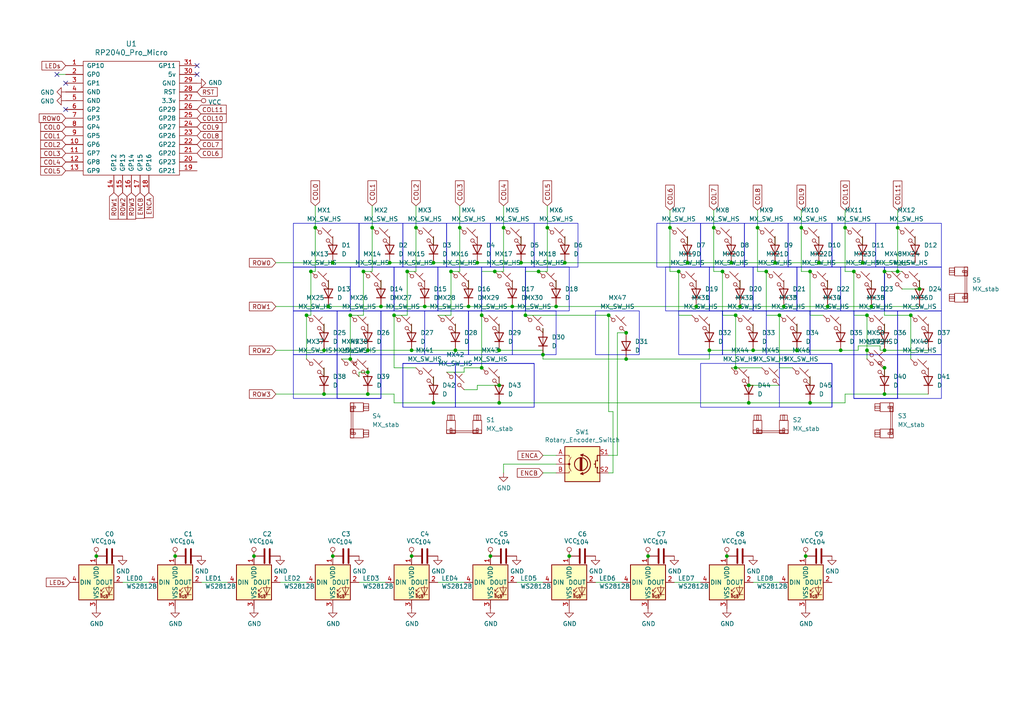
<source format=kicad_sch>
(kicad_sch (version 20231120) (generator "eeschema") (generator_version "8.0")
  (paper "A4")
  (title_block (title "Yampad") (date "2019-04-28") (rev "2.0") (company "Mattia Dal Ben"))
  (junction (at 251.46 91.44))
  (junction (at 234.95 78.74))
  (junction (at 194.31 66.04))
  (junction (at 119.38 161.29))
  (junction (at 199.39 76.2))
  (junction (at 245.11 66.04))
  (junction (at 125.73 116.84))
  (junction (at 146.05 66.04))
  (junction (at 161.29 88.9))
  (junction (at 91.44 66.04))
  (junction (at 50.8 161.29))
  (junction (at 148.59 88.9))
  (junction (at 105.41 78.74))
  (junction (at 144.78 101.6))
  (junction (at 250.19 76.2))
  (junction (at 152.4 91.44))
  (junction (at 213.36 106.68))
  (junction (at 231.14 101.6))
  (junction (at 217.17 111.76))
  (junction (at 243.84 101.6))
  (junction (at 143.51 78.74))
  (junction (at 144.78 111.76))
  (junction (at 181.61 104.14))
  (junction (at 106.68 114.3))
  (junction (at 144.78 116.84))
  (junction (at 207.01 66.04))
  (junction (at 135.89 88.9))
  (junction (at 142.24 161.29))
  (junction (at 125.73 76.2))
  (junction (at 217.17 116.84))
  (junction (at 93.98 101.6))
  (junction (at 130.81 78.74))
  (junction (at 214.63 88.9))
  (junction (at 157.48 102.87))
  (junction (at 210.82 161.29))
  (junction (at 158.75 66.04))
  (junction (at 73.66 161.29))
  (junction (at 90.17 78.74))
  (junction (at 120.65 66.04))
  (junction (at 196.85 78.74))
  (junction (at 106.68 107.95))
  (junction (at 226.06 91.44))
  (junction (at 133.35 66.04))
  (junction (at 96.52 161.29))
  (junction (at 176.53 91.44))
  (junction (at 96.52 76.2))
  (junction (at 260.35 78.74))
  (junction (at 224.79 76.2))
  (junction (at 212.09 76.2))
  (junction (at 266.7 83.82))
  (junction (at 187.96 161.29))
  (junction (at 88.9 91.44))
  (junction (at 93.98 114.3))
  (junction (at 234.95 116.84))
  (junction (at 227.33 88.9))
  (junction (at 139.7 91.44))
  (junction (at 106.68 101.6))
  (junction (at 163.83 76.2))
  (junction (at 95.25 88.9))
  (junction (at 256.54 106.68))
  (junction (at 251.46 101.6))
  (junction (at 252.73 88.9))
  (junction (at 233.68 161.29))
  (junction (at 232.41 66.04))
  (junction (at 205.74 101.6))
  (junction (at 256.54 101.6))
  (junction (at 119.38 101.6))
  (junction (at 151.13 76.2))
  (junction (at 123.19 88.9))
  (junction (at 107.95 66.04))
  (junction (at 118.11 78.74))
  (junction (at 264.16 91.44))
  (junction (at 139.7 106.68))
  (junction (at 138.43 76.2))
  (junction (at 101.6 104.14))
  (junction (at 110.49 88.9))
  (junction (at 256.54 78.74))
  (junction (at 209.55 78.74))
  (junction (at 165.1 161.29))
  (junction (at 101.6 91.44))
  (junction (at 219.71 66.04))
  (junction (at 113.03 76.2))
  (junction (at 181.61 96.52))
  (junction (at 218.44 101.6))
  (junction (at 247.65 78.74))
  (junction (at 201.93 88.9))
  (junction (at 114.3 91.44))
  (junction (at 132.08 101.6))
  (junction (at 27.94 161.29))
  (junction (at 240.03 88.9))
  (junction (at 156.21 78.74))
  (junction (at 237.49 76.2))
  (junction (at 256.54 114.3))
  (junction (at 222.25 78.74))
  (junction (at 213.36 91.44))
  (junction (at 260.35 66.04))
  (no_connect (at 19.05 31.75))
  (no_connect (at 57.15 21.59))
  (no_connect (at 57.15 19.05))
  (no_connect (at 16.51 21.59))
  (no_connect (at 19.05 24.13))
  (wire (pts (xy 106.68 107.95) (xy 106.68 109.22)))
  (wire (pts (xy 134.62 106.68) (xy 139.7 106.68)))
  (wire (pts (xy 218.44 101.6) (xy 231.14 101.6)))
  (wire (pts (xy 269.24 96.52) (xy 269.24 93.98)))
  (wire (pts (xy 99.06 104.14) (xy 101.6 104.14)))
  (wire (pts (xy 104.14 109.22) (xy 104.14 107.95)))
  (wire (pts (xy 146.05 66.04) (xy 146.05 78.74)))
  (wire (pts (xy 205.74 96.52) (xy 205.74 93.98)))
  (wire (pts (xy 227.33 83.82) (xy 227.33 81.28)))
  (wire (pts (xy 113.03 76.2) (xy 125.73 76.2)))
  (wire (pts (xy 222.25 78.74) (xy 219.71 78.74)))
  (wire (pts (xy 144.78 96.52) (xy 144.78 93.98)))
  (wire (pts (xy 205.74 104.14) (xy 205.74 101.6)))
  (wire (pts (xy 114.3 116.84) (xy 125.73 116.84)))
  (wire (pts (xy 237.49 76.2) (xy 250.19 76.2)))
  (wire (pts (xy 176.53 91.44) (xy 176.53 119.38)))
  (wire (pts (xy 218.44 168.91) (xy 226.06 168.91)))
  (wire (pts (xy 130.81 91.44) (xy 130.81 78.74)))
  (wire (pts (xy 138.43 71.12) (xy 138.43 68.58)))
  (wire (pts (xy 232.41 66.04) (xy 232.41 78.74)))
  (wire (pts (xy 255.27 100.33) (xy 248.92 100.33)))
  (wire (pts (xy 151.13 71.12) (xy 151.13 68.58)))
  (wire (pts (xy 157.48 102.87) (xy 157.48 101.6)))
  (wire (pts (xy 207.01 66.04) (xy 207.01 78.74)))
  (wire (pts (xy 214.63 88.9) (xy 227.33 88.9)))
  (wire (pts (xy 229.87 106.68) (xy 226.06 106.68)))
  (wire (pts (xy 207.01 60.96) (xy 207.01 66.04)))
  (wire (pts (xy 226.06 106.68) (xy 226.06 91.44)))
  (wire (pts (xy 125.73 111.76) (xy 125.73 109.22)))
  (wire (pts (xy 255.27 101.6) (xy 255.27 100.33)))
  (wire (pts (xy 95.25 88.9) (xy 110.49 88.9)))
  (wire (pts (xy 90.17 78.74) (xy 90.17 91.44)))
  (wire (pts (xy 163.83 76.2) (xy 199.39 76.2)))
  (wire (pts (xy 132.08 96.52) (xy 132.08 93.98)))
  (wire (pts (xy 248.92 101.6) (xy 243.84 101.6)))
  (wire (pts (xy 227.33 88.9) (xy 240.03 88.9)))
  (wire (pts (xy 90.17 91.44) (xy 88.9 91.44)))
  (wire (pts (xy 105.41 91.44) (xy 105.41 78.74)))
  (wire (pts (xy 80.01 88.9) (xy 95.25 88.9)))
  (wire (pts (xy 80.01 76.2) (xy 96.52 76.2)))
  (wire (pts (xy 161.29 134.62) (xy 146.05 134.62)))
  (wire (pts (xy 125.73 71.12) (xy 125.73 68.58)))
  (wire (pts (xy 245.11 78.74) (xy 245.11 66.04)))
  (wire (pts (xy 151.13 76.2) (xy 163.83 76.2)))
  (wire (pts (xy 133.35 78.74) (xy 133.35 66.04)))
  (wire (pts (xy 93.98 101.6) (xy 106.68 101.6)))
  (wire (pts (xy 139.7 78.74) (xy 139.7 91.44)))
  (wire (pts (xy 237.49 71.12) (xy 237.49 68.58)))
  (wire (pts (xy 209.55 78.74) (xy 209.55 91.44)))
  (wire (pts (xy 120.65 78.74) (xy 118.11 78.74)))
  (wire (pts (xy 217.17 116.84) (xy 234.95 116.84)))
  (wire (pts (xy 132.08 101.6) (xy 144.78 101.6)))
  (wire (pts (xy 91.44 59.69) (xy 91.44 66.04)))
  (wire (pts (xy 245.11 116.84) (xy 234.95 116.84)))
  (wire (pts (xy 152.4 91.44) (xy 176.53 91.44)))
  (wire (pts (xy 252.73 88.9) (xy 266.7 88.9)))
  (wire (pts (xy 222.25 91.44) (xy 222.25 78.74)))
  (wire (pts (xy 106.68 101.6) (xy 119.38 101.6)))
  (wire (pts (xy 119.38 101.6) (xy 132.08 101.6)))
  (wire (pts (xy 251.46 101.6) (xy 251.46 104.14)))
  (wire (pts (xy 248.92 100.33) (xy 248.92 101.6)))
  (wire (pts (xy 96.52 71.12) (xy 96.52 68.58)))
  (wire (pts (xy 199.39 71.12) (xy 199.39 68.58)))
  (wire (pts (xy 113.03 71.12) (xy 113.03 68.58)))
  (wire (pts (xy 251.46 91.44) (xy 251.46 101.6)))
  (wire (pts (xy 207.01 78.74) (xy 209.55 78.74)))
  (wire (pts (xy 201.93 88.9) (xy 214.63 88.9)))
  (wire (pts (xy 252.73 83.82) (xy 252.73 81.28)))
  (wire (pts (xy 93.98 96.52) (xy 93.98 93.98)))
  (wire (pts (xy 157.48 95.25) (xy 157.48 96.52)))
  (wire (pts (xy 120.65 59.69) (xy 120.65 66.04)))
  (wire (pts (xy 110.49 83.82) (xy 110.49 81.28)))
  (wire (pts (xy 143.51 78.74) (xy 139.7 78.74)))
  (wire (pts (xy 251.46 91.44) (xy 247.65 91.44)))
  (wire (pts (xy 256.54 101.6) (xy 269.24 101.6)))
  (wire (pts (xy 146.05 59.69) (xy 146.05 66.04)))
  (wire (pts (xy 93.98 114.3) (xy 106.68 114.3)))
  (wire (pts (xy 232.41 78.74) (xy 234.95 78.74)))
  (wire (pts (xy 81.28 168.91) (xy 88.9 168.91)))
  (wire (pts (xy 181.61 104.14) (xy 205.74 104.14)))
  (wire (pts (xy 91.44 66.04) (xy 91.44 78.74)))
  (wire (pts (xy 80.01 114.3) (xy 93.98 114.3)))
  (wire (pts (xy 195.58 168.91) (xy 203.2 168.91)))
  (wire (pts (xy 157.48 104.14) (xy 157.48 102.87)))
  (wire (pts (xy 269.24 109.22) (xy 269.24 106.68)))
  (wire (pts (xy 179.07 96.52) (xy 179.07 132.08)))
  (wire (pts (xy 214.63 83.82) (xy 214.63 81.28)))
  (wire (pts (xy 138.43 113.03) (xy 138.43 111.76)))
  (wire (pts (xy 125.73 116.84) (xy 144.78 116.84)))
  (wire (pts (xy 107.95 59.69) (xy 107.95 66.04)))
  (wire (pts (xy 219.71 60.96) (xy 219.71 66.04)))
  (wire (pts (xy 58.42 168.91) (xy 66.04 168.91)))
  (wire (pts (xy 133.35 59.69) (xy 133.35 66.04)))
  (wire (pts (xy 144.78 111.76) (xy 144.78 109.22)))
  (wire (pts (xy 119.38 96.52) (xy 119.38 93.98)))
  (wire (pts (xy 158.75 66.04) (xy 158.75 78.74)))
  (wire (pts (xy 231.14 96.52) (xy 231.14 93.98)))
  (wire (pts (xy 148.59 88.9) (xy 161.29 88.9)))
  (wire (pts (xy 157.48 104.14) (xy 181.61 104.14)))
  (wire (pts (xy 163.83 71.12) (xy 163.83 68.58)))
  (wire (pts (xy 224.79 76.2) (xy 237.49 76.2)))
  (wire (pts (xy 130.81 78.74) (xy 133.35 78.74)))
  (wire (pts (xy 114.3 106.68) (xy 120.65 106.68)))
  (wire (pts (xy 234.95 78.74) (xy 234.95 91.44)))
  (wire (pts (xy 256.54 91.44) (xy 264.16 91.44)))
  (wire (pts (xy 234.95 91.44) (xy 238.76 91.44)))
  (wire (pts (xy 158.75 78.74) (xy 156.21 78.74)))
  (wire (pts (xy 134.62 107.95) (xy 134.62 106.68)))
  (wire (pts (xy 157.48 132.08) (xy 161.29 132.08)))
  (wire (pts (xy 260.35 60.96) (xy 260.35 66.04)))
  (wire (pts (xy 200.66 91.44) (xy 196.85 91.44)))
  (wire (pts (xy 245.11 60.96) (xy 245.11 66.04)))
  (wire (pts (xy 217.17 111.76) (xy 217.17 109.22)))
  (wire (pts (xy 107.95 78.74) (xy 107.95 66.04)))
  (wire (pts (xy 138.43 111.76) (xy 144.78 111.76)))
  (wire (pts (xy 96.52 76.2) (xy 113.03 76.2)))
  (wire (pts (xy 104.14 168.91) (xy 111.76 168.91)))
  (wire (pts (xy 194.31 60.96) (xy 194.31 66.04)))
  (wire (pts (xy 256.54 114.3) (xy 245.11 114.3)))
  (wire (pts (xy 261.62 83.82) (xy 266.7 83.82)))
  (wire (pts (xy 226.06 111.76) (xy 217.17 111.76)))
  (wire (pts (xy 256.54 78.74) (xy 260.35 78.74)))
  (wire (pts (xy 105.41 78.74) (xy 107.95 78.74)))
  (wire (pts (xy 231.14 101.6) (xy 243.84 101.6)))
  (wire (pts (xy 218.44 96.52) (xy 218.44 93.98)))
  (wire (pts (xy 125.73 76.2) (xy 138.43 76.2)))
  (wire (pts (xy 213.36 106.68) (xy 212.09 106.68)))
  (wire (pts (xy 181.61 96.52) (xy 179.07 96.52)))
  (wire (pts (xy 110.49 88.9) (xy 123.19 88.9)))
  (wire (pts (xy 156.21 78.74) (xy 152.4 78.74)))
  (wire (pts (xy 269.24 114.3) (xy 256.54 114.3)))
  (wire (pts (xy 134.62 113.03) (xy 138.43 113.03)))
  (wire (pts (xy 146.05 134.62) (xy 146.05 137.16)))
  (wire (pts (xy 172.72 168.91) (xy 180.34 168.91)))
  (wire (pts (xy 176.53 119.38) (xy 177.8 119.38)))
  (wire (pts (xy 157.48 137.16) (xy 161.29 137.16)))
  (wire (pts (xy 123.19 83.82) (xy 123.19 81.28)))
  (wire (pts (xy 129.54 107.95) (xy 134.62 107.95)))
  (wire (pts (xy 196.85 78.74) (xy 194.31 78.74)))
  (wire (pts (xy 114.3 114.3) (xy 114.3 116.84)))
  (wire (pts (xy 220.98 106.68) (xy 213.36 106.68)))
  (wire (pts (xy 245.11 114.3) (xy 245.11 116.84)))
  (wire (pts (xy 138.43 76.2) (xy 151.13 76.2)))
  (wire (pts (xy 104.14 107.95) (xy 106.68 107.95)))
  (wire (pts (xy 247.65 91.44) (xy 247.65 78.74)))
  (wire (pts (xy 224.79 71.12) (xy 224.79 68.58)))
  (wire (pts (xy 123.19 88.9) (xy 135.89 88.9)))
  (wire (pts (xy 144.78 101.6) (xy 157.48 101.6)))
  (wire (pts (xy 91.44 78.74) (xy 90.17 78.74)))
  (wire (pts (xy 161.29 88.9) (xy 201.93 88.9)))
  (wire (pts (xy 226.06 91.44) (xy 222.25 91.44)))
  (wire (pts (xy 149.86 168.91) (xy 157.48 168.91)))
  (wire (pts (xy 177.8 137.16) (xy 176.53 137.16)))
  (wire (pts (xy 212.09 71.12) (xy 212.09 68.58)))
  (wire (pts (xy 205.74 101.6) (xy 218.44 101.6)))
  (wire (pts (xy 240.03 83.82) (xy 240.03 81.28)))
  (wire (pts (xy 152.4 78.74) (xy 152.4 91.44)))
  (wire (pts (xy 212.09 76.2) (xy 224.79 76.2)))
  (wire (pts (xy 127 168.91) (xy 134.62 168.91)))
  (wire (pts (xy 243.84 96.52) (xy 243.84 93.98)))
  (wire (pts (xy 127 91.44) (xy 130.81 91.44)))
  (wire (pts (xy 146.05 78.74) (xy 143.51 78.74)))
  (wire (pts (xy 114.3 91.44) (xy 114.3 106.68)))
  (wire (pts (xy 234.95 111.76) (xy 234.95 109.22)))
  (wire (pts (xy 247.65 78.74) (xy 245.11 78.74)))
  (wire (pts (xy 256.54 101.6) (xy 255.27 101.6)))
  (wire (pts (xy 106.68 96.52) (xy 106.68 93.98)))
  (wire (pts (xy 201.93 83.82) (xy 201.93 81.28)))
  (wire (pts (xy 196.85 91.44) (xy 196.85 78.74)))
  (wire (pts (xy 106.68 114.3) (xy 114.3 114.3)))
  (wire (pts (xy 161.29 83.82) (xy 161.29 81.28)))
  (wire (pts (xy 194.31 78.74) (xy 194.31 66.04)))
  (wire (pts (xy 199.39 76.2) (xy 212.09 76.2)))
  (wire (pts (xy 95.25 83.82) (xy 95.25 81.28)))
  (wire (pts (xy 118.11 91.44) (xy 114.3 91.44)))
  (wire (pts (xy 93.98 109.22) (xy 93.98 106.68)))
  (wire (pts (xy 118.11 78.74) (xy 118.11 91.44)))
  (wire (pts (xy 176.53 132.08) (xy 179.07 132.08)))
  (wire (pts (xy 266.7 83.82) (xy 266.7 81.28)))
  (wire (pts (xy 240.03 88.9) (xy 252.73 88.9)))
  (wire (pts (xy 250.19 71.12) (xy 250.19 68.58)))
  (wire (pts (xy 101.6 91.44) (xy 105.41 91.44)))
  (wire (pts (xy 120.65 66.04) (xy 120.65 78.74)))
  (wire (pts (xy 256.54 78.74) (xy 256.54 91.44)))
  (wire (pts (xy 80.01 101.6) (xy 93.98 101.6)))
  (wire (pts (xy 144.78 116.84) (xy 217.17 116.84)))
  (wire (pts (xy 35.56 168.91) (xy 43.18 168.91)))
  (wire (pts (xy 135.89 83.82) (xy 135.89 81.28)))
  (wire (pts (xy 256.54 96.52) (xy 256.54 93.98)))
  (wire (pts (xy 101.6 91.44) (xy 101.6 104.14)))
  (wire (pts (xy 177.8 119.38) (xy 177.8 137.16)))
  (wire (pts (xy 219.71 78.74) (xy 219.71 66.04)))
  (wire (pts (xy 264.16 91.44) (xy 264.16 104.14)))
  (wire (pts (xy 213.36 91.44) (xy 213.36 106.68)))
  (wire (pts (xy 250.19 76.2) (xy 265.43 76.2)))
  (wire (pts (xy 209.55 91.44) (xy 213.36 91.44)))
  (wire (pts (xy 260.35 78.74) (xy 261.62 78.74)))
  (wire (pts (xy 16.51 21.59) (xy 19.05 21.59)))
  (wire (pts (xy 158.75 59.69) (xy 158.75 66.04)))
  (wire (pts (xy 148.59 83.82) (xy 148.59 81.28)))
  (wire (pts (xy 135.89 88.9) (xy 148.59 88.9)))
  (wire (pts (xy 256.54 109.22) (xy 256.54 106.68)))
  (wire (pts (xy 106.68 107.95) (xy 106.68 106.68)))
  (wire (pts (xy 265.43 71.12) (xy 265.43 68.58)))
  (wire (pts (xy 88.9 91.44) (xy 88.9 104.14)))
  (wire (pts (xy 232.41 60.96) (xy 232.41 66.04)))
  (wire (pts (xy 260.35 66.04) (xy 260.35 78.74)))
  (wire (pts (xy 139.7 91.44) (xy 139.7 106.68)))
  (rectangle (start 190.5 64.77) (end 203.2 77.47))
  (rectangle (start 132.08 105.41) (end 154.94 118.11))
  (rectangle (start 114.3 77.47) (end 127 90.17))
  (rectangle (start 152.4 77.47) (end 165.1 90.17))
  (rectangle (start 260.35 90.17) (end 273.05 102.87))
  (rectangle (start 234.95 90.17) (end 247.65 102.87))
  (rectangle (start 129.54 64.77) (end 142.24 77.47))
  (rectangle (start 116.84 64.77) (end 129.54 77.47))
  (rectangle (start 154.94 64.77) (end 167.64 77.47))
  (rectangle (start 104.14 64.77) (end 116.84 77.47))
  (rectangle (start 215.9 64.77) (end 228.6 77.47))
  (rectangle (start 97.79 102.87) (end 110.49 115.57))
  (rectangle (start 116.84 105.41) (end 132.08 118.11))
  (rectangle (start 196.85 90.17) (end 209.55 102.87))
  (rectangle (start 135.89 90.17) (end 148.59 102.87))
  (rectangle (start 256.54 77.47) (end 273.05 90.17))
  (rectangle (start 85.09 64.77) (end 104.14 77.47))
  (rectangle (start 110.49 90.17) (end 123.19 102.87))
  (rectangle (start 226.06 105.41) (end 241.3 118.11))
  (rectangle (start 231.14 77.47) (end 243.84 90.17))
  (rectangle (start 85.09 90.17) (end 97.79 102.87))
  (rectangle (start 142.24 64.77) (end 154.94 77.47))
  (rectangle (start 203.2 105.41) (end 241.3 118.11))
  (rectangle (start 209.55 90.17) (end 222.25 102.87))
  (rectangle (start 222.25 90.17) (end 234.95 102.87))
  (rectangle (start 97.79 90.17) (end 110.49 115.57))
  (rectangle (start 260.35 102.87) (end 273.05 115.57))
  (rectangle (start 228.6 64.77) (end 241.3 77.47))
  (rectangle (start 218.44 77.47) (end 231.14 90.17))
  (rectangle (start 247.65 102.87) (end 260.35 115.57))
  (rectangle (start 127 77.47) (end 139.7 90.17))
  (rectangle (start 254 64.77) (end 273.05 77.47))
  (rectangle (start 203.2 64.77) (end 215.9 77.47))
  (rectangle (start 85.09 102.87) (end 97.79 115.57))
  (rectangle (start 123.19 90.17) (end 135.89 102.87))
  (rectangle (start 172.72 90.17) (end 185.42 102.87))
  (rectangle (start 116.84 105.41) (end 154.94 118.11))
  (rectangle (start 85.09 77.47) (end 101.6 90.17))
  (rectangle (start 243.84 77.47) (end 256.54 90.17))
  (rectangle (start 205.74 77.47) (end 218.44 90.17))
  (rectangle (start 101.6 77.47) (end 114.3 90.17))
  (rectangle (start 139.7 77.47) (end 152.4 90.17))
  (rectangle (start 241.3 64.77) (end 254 77.47))
  (rectangle (start 247.65 90.17) (end 260.35 115.57))
  (rectangle (start 193.04 77.47) (end 205.74 90.17))
  (rectangle (start 148.59 90.17) (end 161.29 102.87))
  (global_label "COL1" (shape input) (at 107.95 59.69 90) (property "Intersheetrefs" "${INTERSHEET_REFS}" (effects (hide yes))))
  (global_label "ENCA" (shape input) (at 43.18 55.88 270) (property "Intersheetrefs" "${INTERSHEET_REFS}" (effects (hide yes))))
  (global_label "ENCB" (shape input) (at 157.48 137.16 180) (property "Intersheetrefs" "${INTERSHEET_REFS}" (effects (hide yes))))
  (global_label "ROW1" (shape input) (at 80.01 88.9 180) (property "Intersheetrefs" "${INTERSHEET_REFS}" (effects (hide yes))))
  (global_label "COL6" (shape input) (at 57.15 44.45 0) (property "Intersheetrefs" "${INTERSHEET_REFS}" (effects (hide yes))))
  (global_label "COL0" (shape input) (at 19.05 36.83 180) (property "Intersheetrefs" "${INTERSHEET_REFS}" (effects (hide yes))))
  (global_label "ROW2" (shape input) (at 35.56 55.88 270) (property "Intersheetrefs" "${INTERSHEET_REFS}" (effects (hide yes))))
  (global_label "LEDs" (shape input) (at 19.05 19.05 180) (property "Intersheetrefs" "${INTERSHEET_REFS}" (effects (hide yes))))
  (global_label "ROW3" (shape input) (at 80.01 114.3 180) (property "Intersheetrefs" "${INTERSHEET_REFS}" (effects (hide yes))))
  (global_label "COL0" (shape input) (at 91.44 59.69 90) (property "Intersheetrefs" "${INTERSHEET_REFS}" (effects (hide yes))))
  (global_label "COL5" (shape input) (at 19.05 49.53 180) (property "Intersheetrefs" "${INTERSHEET_REFS}" (effects (hide yes))))
  (global_label "COL4" (shape input) (at 146.05 59.69 90) (property "Intersheetrefs" "${INTERSHEET_REFS}" (effects (hide yes))))
  (global_label "COL10" (shape input) (at 245.11 60.96 90) (property "Intersheetrefs" "${INTERSHEET_REFS}" (effects (hide yes))))
  (global_label "COL4" (shape input) (at 19.05 46.99 180) (property "Intersheetrefs" "${INTERSHEET_REFS}" (effects (hide yes))))
  (global_label "COL2" (shape input) (at 120.65 59.69 90) (property "Intersheetrefs" "${INTERSHEET_REFS}" (effects (hide yes))))
  (global_label "COL7" (shape input) (at 207.01 60.96 90) (property "Intersheetrefs" "${INTERSHEET_REFS}" (effects (hide yes))))
  (global_label "COL11" (shape input) (at 260.35 60.96 90) (property "Intersheetrefs" "${INTERSHEET_REFS}" (effects (hide yes))))
  (global_label "COL6" (shape input) (at 194.31 60.96 90) (property "Intersheetrefs" "${INTERSHEET_REFS}" (effects (hide yes))))
  (global_label "ROW3" (shape input) (at 38.1 55.88 270) (property "Intersheetrefs" "${INTERSHEET_REFS}" (effects (hide yes))))
  (global_label "COL5" (shape input) (at 158.75 59.69 90) (property "Intersheetrefs" "${INTERSHEET_REFS}" (effects (hide yes))))
  (global_label "COL9" (shape input) (at 232.41 60.96 90) (property "Intersheetrefs" "${INTERSHEET_REFS}" (effects (hide yes))))
  (global_label "COL8" (shape input) (at 57.15 39.37 0) (property "Intersheetrefs" "${INTERSHEET_REFS}" (effects (hide yes))))
  (global_label "ENCB" (shape input) (at 40.64 55.88 270) (property "Intersheetrefs" "${INTERSHEET_REFS}" (effects (hide yes))))
  (global_label "COL3" (shape input) (at 19.05 44.45 180) (property "Intersheetrefs" "${INTERSHEET_REFS}" (effects (hide yes))))
  (global_label "ROW0" (shape input) (at 80.01 76.2 180) (property "Intersheetrefs" "${INTERSHEET_REFS}" (effects (hide yes))))
  (global_label "COL10" (shape input) (at 57.15 34.29 0) (property "Intersheetrefs" "${INTERSHEET_REFS}" (effects (hide yes))))
  (global_label "ENCA" (shape input) (at 157.48 132.08 180) (property "Intersheetrefs" "${INTERSHEET_REFS}" (effects (hide yes))))
  (global_label "COL1" (shape input) (at 19.05 39.37 180) (property "Intersheetrefs" "${INTERSHEET_REFS}" (effects (hide yes))))
  (global_label "COL2" (shape input) (at 19.05 41.91 180) (property "Intersheetrefs" "${INTERSHEET_REFS}" (effects (hide yes))))
  (global_label "COL8" (shape input) (at 219.71 60.96 90) (property "Intersheetrefs" "${INTERSHEET_REFS}" (effects (hide yes))))
  (global_label "ROW1" (shape input) (at 33.02 55.88 270) (property "Intersheetrefs" "${INTERSHEET_REFS}" (effects (hide yes))))
  (global_label "ROW0" (shape input) (at 19.05 34.29 180) (property "Intersheetrefs" "${INTERSHEET_REFS}" (effects (hide yes))))
  (global_label "COL3" (shape input) (at 133.35 59.69 90) (property "Intersheetrefs" "${INTERSHEET_REFS}" (effects (hide yes))))
  (global_label "ROW2" (shape input) (at 80.01 101.6 180) (property "Intersheetrefs" "${INTERSHEET_REFS}" (effects (hide yes))))
  (global_label "COL11" (shape input) (at 57.15 31.75 0) (property "Intersheetrefs" "${INTERSHEET_REFS}" (effects (hide yes))))
  (global_label "LEDs" (shape input) (at 20.32 168.91 180) (property "Intersheetrefs" "${INTERSHEET_REFS}" (effects (hide yes))))
  (global_label "COL7" (shape input) (at 57.15 41.91 0) (property "Intersheetrefs" "${INTERSHEET_REFS}" (effects (hide yes))))
  (global_label "RST" (shape input) (at 57.15 26.67 0) (property "Intersheetrefs" "${INTERSHEET_REFS}" (effects (hide yes))))
  (global_label "COL9" (shape input) (at 57.15 36.83 0) (property "Intersheetrefs" "${INTERSHEET_REFS}" (effects (hide yes))))
  (symbol (lib_id "LED:WS2812B") (at 27.94 168.91 0) (unit 1)
    (property "Reference" "LED0" (at 36.6014 167.7416 0) (effects (justify left)))
    (property "Value" "WS2812B" (at 36.6014 170.053 0) (effects (justify left)))
    (property "Footprint" "LED_SMD:LED_WS2812B_PLCC4_5.0x5.0mm_P3.2mm" (effects (hide yes)))
    (property "Datasheet" "https://cdn-shop.adafruit.com/datasheets/WS2812B.pdf" (effects (hide yes)))
  )
  (symbol (lib_id "yampad_v2-rescue:VCC-power") (at 27.94 161.29 0) (unit 1)
    (property "Reference" "#PWR0101" (effects (hide yes)))
    (property "Value" "VCC" (at 28.3718 156.8958 0))
  )
  (symbol (lib_id "yampad_v2-rescue:GND-power") (at 27.94 176.53 0) (unit 1)
    (property "Reference" "#PWR0102" (effects (hide yes)))
    (property "Value" "GND" (at 28.067 180.9242 0))
  )
  (symbol (lib_id "Device:C") (at 31.75 161.29 270) (unit 1)
    (property "Reference" "C0" (at 31.75 154.8892 90))
    (property "Value" "104" (at 31.75 157.2006 90))
    (property "Footprint" "Capacitor_SMD:C_0805_2012Metric_Pad1.18x1.45mm_HandSolder" (effects (hide yes)))
  )
  (symbol (lib_id "yampad_v2-rescue:GND-power") (at 35.56 161.29 0) (unit 1)
    (property "Reference" "#PWR0103" (effects (hide yes)))
    (property "Value" "GND" (at 35.687 165.6842 0))
  )
  (symbol (lib_id "LED:WS2812B") (at 50.8 168.91 0) (unit 1)
    (property "Reference" "LED1" (at 59.4614 167.7416 0) (effects (justify left)))
    (property "Value" "WS2812B" (at 59.4614 170.053 0) (effects (justify left)))
    (property "Footprint" "LED_SMD:LED_WS2812B_PLCC4_5.0x5.0mm_P3.2mm" (effects (hide yes)))
    (property "Datasheet" "https://cdn-shop.adafruit.com/datasheets/WS2812B.pdf" (effects (hide yes)))
  )
  (symbol (lib_id "yampad_v2-rescue:VCC-power") (at 50.8 161.29 0) (unit 1)
    (property "Reference" "#PWR0104" (effects (hide yes)))
    (property "Value" "VCC" (at 51.2318 156.8958 0))
  )
  (symbol (lib_id "yampad_v2-rescue:GND-power") (at 50.8 176.53 0) (unit 1)
    (property "Reference" "#PWR0105" (effects (hide yes)))
    (property "Value" "GND" (at 50.927 180.9242 0))
  )
  (symbol (lib_id "Device:C") (at 54.61 161.29 270) (unit 1)
    (property "Reference" "C1" (at 54.61 154.8892 90))
    (property "Value" "104" (at 54.61 157.2006 90))
    (property "Footprint" "Capacitor_SMD:C_0805_2012Metric_Pad1.18x1.45mm_HandSolder" (effects (hide yes)))
  )
  (symbol (lib_id "yampad_v2-rescue:GND-power") (at 58.42 161.29 0) (unit 1)
    (property "Reference" "#PWR0106" (effects (hide yes)))
    (property "Value" "GND" (at 58.547 165.6842 0))
  )
  (symbol (lib_id "LED:WS2812B") (at 73.66 168.91 0) (unit 1)
    (property "Reference" "LED2" (at 82.3214 167.7416 0) (effects (justify left)))
    (property "Value" "WS2812B" (at 82.3214 170.053 0) (effects (justify left)))
    (property "Footprint" "LED_SMD:LED_WS2812B_PLCC4_5.0x5.0mm_P3.2mm" (effects (hide yes)))
    (property "Datasheet" "https://cdn-shop.adafruit.com/datasheets/WS2812B.pdf" (effects (hide yes)))
  )
  (symbol (lib_id "yampad_v2-rescue:VCC-power") (at 73.66 161.29 0) (unit 1)
    (property "Reference" "#PWR0107" (effects (hide yes)))
    (property "Value" "VCC" (at 74.0918 156.8958 0))
  )
  (symbol (lib_id "yampad_v2-rescue:GND-power") (at 73.66 176.53 0) (unit 1)
    (property "Reference" "#PWR0108" (effects (hide yes)))
    (property "Value" "GND" (at 73.787 180.9242 0))
  )
  (symbol (lib_id "Device:C") (at 77.47 161.29 270) (unit 1)
    (property "Reference" "C2" (at 77.47 154.8892 90))
    (property "Value" "104" (at 77.47 157.2006 90))
    (property "Footprint" "Capacitor_SMD:C_0805_2012Metric_Pad1.18x1.45mm_HandSolder" (effects (hide yes)))
  )
  (symbol (lib_id "yampad_v2-rescue:GND-power") (at 81.28 161.29 0) (unit 1)
    (property "Reference" "#PWR0109" (effects (hide yes)))
    (property "Value" "GND" (at 81.407 165.6842 0))
  )
  (symbol (lib_id "LED:WS2812B") (at 96.52 168.91 0) (unit 1)
    (property "Reference" "LED3" (at 105.1814 167.7416 0) (effects (justify left)))
    (property "Value" "WS2812B" (at 105.1814 170.053 0) (effects (justify left)))
    (property "Footprint" "LED_SMD:LED_WS2812B_PLCC4_5.0x5.0mm_P3.2mm" (effects (hide yes)))
    (property "Datasheet" "https://cdn-shop.adafruit.com/datasheets/WS2812B.pdf" (effects (hide yes)))
  )
  (symbol (lib_id "yampad_v2-rescue:VCC-power") (at 96.52 161.29 0) (unit 1)
    (property "Reference" "#PWR0110" (effects (hide yes)))
    (property "Value" "VCC" (at 96.9518 156.8958 0))
  )
  (symbol (lib_id "yampad_v2-rescue:GND-power") (at 96.52 176.53 0) (unit 1)
    (property "Reference" "#PWR0111" (effects (hide yes)))
    (property "Value" "GND" (at 96.647 180.9242 0))
  )
  (symbol (lib_id "Device:C") (at 100.33 161.29 270) (unit 1)
    (property "Reference" "C3" (at 100.33 154.8892 90))
    (property "Value" "104" (at 100.33 157.2006 90))
    (property "Footprint" "Capacitor_SMD:C_0805_2012Metric_Pad1.18x1.45mm_HandSolder" (effects (hide yes)))
  )
  (symbol (lib_id "yampad_v2-rescue:GND-power") (at 104.14 161.29 0) (unit 1)
    (property "Reference" "#PWR0112" (effects (hide yes)))
    (property "Value" "GND" (at 104.267 165.6842 0))
  )
  (symbol (lib_id "LED:WS2812B") (at 119.38 168.91 0) (unit 1)
    (property "Reference" "LED4" (at 128.0414 167.7416 0) (effects (justify left)))
    (property "Value" "WS2812B" (at 128.0414 170.053 0) (effects (justify left)))
    (property "Footprint" "LED_SMD:LED_WS2812B_PLCC4_5.0x5.0mm_P3.2mm" (effects (hide yes)))
    (property "Datasheet" "https://cdn-shop.adafruit.com/datasheets/WS2812B.pdf" (effects (hide yes)))
  )
  (symbol (lib_id "yampad_v2-rescue:VCC-power") (at 119.38 161.29 0) (unit 1)
    (property "Reference" "#PWR0113" (effects (hide yes)))
    (property "Value" "VCC" (at 119.8118 156.8958 0))
  )
  (symbol (lib_id "yampad_v2-rescue:GND-power") (at 119.38 176.53 0) (unit 1)
    (property "Reference" "#PWR0114" (effects (hide yes)))
    (property "Value" "GND" (at 119.507 180.9242 0))
  )
  (symbol (lib_id "Device:C") (at 123.19 161.29 270) (unit 1)
    (property "Reference" "C4" (at 123.19 154.8892 90))
    (property "Value" "104" (at 123.19 157.2006 90))
    (property "Footprint" "Capacitor_SMD:C_0805_2012Metric_Pad1.18x1.45mm_HandSolder" (effects (hide yes)))
  )
  (symbol (lib_id "yampad_v2-rescue:GND-power") (at 127 161.29 0) (unit 1)
    (property "Reference" "#PWR0115" (effects (hide yes)))
    (property "Value" "GND" (at 127.127 165.6842 0))
  )
  (symbol (lib_id "LED:WS2812B") (at 142.24 168.91 0) (unit 1)
    (property "Reference" "LED5" (at 150.9014 167.7416 0) (effects (justify left)))
    (property "Value" "WS2812B" (at 150.9014 170.053 0) (effects (justify left)))
    (property "Footprint" "LED_SMD:LED_WS2812B_PLCC4_5.0x5.0mm_P3.2mm" (effects (hide yes)))
    (property "Datasheet" "https://cdn-shop.adafruit.com/datasheets/WS2812B.pdf" (effects (hide yes)))
  )
  (symbol (lib_id "yampad_v2-rescue:VCC-power") (at 142.24 161.29 0) (unit 1)
    (property "Reference" "#PWR0116" (effects (hide yes)))
    (property "Value" "VCC" (at 142.6718 156.8958 0))
  )
  (symbol (lib_id "yampad_v2-rescue:GND-power") (at 142.24 176.53 0) (unit 1)
    (property "Reference" "#PWR0117" (effects (hide yes)))
    (property "Value" "GND" (at 142.367 180.9242 0))
  )
  (symbol (lib_id "Device:C") (at 146.05 161.29 270) (unit 1)
    (property "Reference" "C5" (at 146.05 154.8892 90))
    (property "Value" "104" (at 146.05 157.2006 90))
    (property "Footprint" "Capacitor_SMD:C_0805_2012Metric_Pad1.18x1.45mm_HandSolder" (effects (hide yes)))
  )
  (symbol (lib_id "yampad_v2-rescue:GND-power") (at 149.86 161.29 0) (unit 1)
    (property "Reference" "#PWR0118" (effects (hide yes)))
    (property "Value" "GND" (at 149.987 165.6842 0))
  )
  (symbol (lib_id "LED:WS2812B") (at 165.1 168.91 0) (unit 1)
    (property "Reference" "LED6" (at 173.7614 167.7416 0) (effects (justify left)))
    (property "Value" "WS2812B" (at 173.7614 170.053 0) (effects (justify left)))
    (property "Footprint" "LED_SMD:LED_WS2812B_PLCC4_5.0x5.0mm_P3.2mm" (effects (hide yes)))
    (property "Datasheet" "https://cdn-shop.adafruit.com/datasheets/WS2812B.pdf" (effects (hide yes)))
  )
  (symbol (lib_id "yampad_v2-rescue:VCC-power") (at 165.1 161.29 0) (unit 1)
    (property "Reference" "#PWR0119" (effects (hide yes)))
    (property "Value" "VCC" (at 165.5318 156.8958 0))
  )
  (symbol (lib_id "yampad_v2-rescue:GND-power") (at 165.1 176.53 0) (unit 1)
    (property "Reference" "#PWR0120" (effects (hide yes)))
    (property "Value" "GND" (at 165.227 180.9242 0))
  )
  (symbol (lib_id "Device:C") (at 168.91 161.29 270) (unit 1)
    (property "Reference" "C6" (at 168.91 154.8892 90))
    (property "Value" "104" (at 168.91 157.2006 90))
    (property "Footprint" "Capacitor_SMD:C_0805_2012Metric_Pad1.18x1.45mm_HandSolder" (effects (hide yes)))
  )
  (symbol (lib_id "yampad_v2-rescue:GND-power") (at 172.72 161.29 0) (unit 1)
    (property "Reference" "#PWR0121" (effects (hide yes)))
    (property "Value" "GND" (at 172.847 165.6842 0))
  )
  (symbol (lib_id "LED:WS2812B") (at 187.96 168.91 0) (unit 1)
    (property "Reference" "LED7" (at 196.6214 167.7416 0) (effects (justify left)))
    (property "Value" "WS2812B" (at 196.6214 170.053 0) (effects (justify left)))
    (property "Footprint" "LED_SMD:LED_WS2812B_PLCC4_5.0x5.0mm_P3.2mm" (effects (hide yes)))
    (property "Datasheet" "https://cdn-shop.adafruit.com/datasheets/WS2812B.pdf" (effects (hide yes)))
  )
  (symbol (lib_id "yampad_v2-rescue:VCC-power") (at 187.96 161.29 0) (unit 1)
    (property "Reference" "#PWR0122" (effects (hide yes)))
    (property "Value" "VCC" (at 188.3918 156.8958 0))
  )
  (symbol (lib_id "yampad_v2-rescue:GND-power") (at 187.96 176.53 0) (unit 1)
    (property "Reference" "#PWR0123" (effects (hide yes)))
    (property "Value" "GND" (at 188.087 180.9242 0))
  )
  (symbol (lib_id "Device:C") (at 191.77 161.29 270) (unit 1)
    (property "Reference" "C7" (at 191.77 154.8892 90))
    (property "Value" "104" (at 191.77 157.2006 90))
    (property "Footprint" "Capacitor_SMD:C_0805_2012Metric_Pad1.18x1.45mm_HandSolder" (effects (hide yes)))
  )
  (symbol (lib_id "yampad_v2-rescue:GND-power") (at 195.58 161.29 0) (unit 1)
    (property "Reference" "#PWR0124" (effects (hide yes)))
    (property "Value" "GND" (at 195.707 165.6842 0))
  )
  (symbol (lib_id "LED:WS2812B") (at 210.82 168.91 0) (unit 1)
    (property "Reference" "LED8" (at 219.4814 167.7416 0) (effects (justify left)))
    (property "Value" "WS2812B" (at 219.4814 170.053 0) (effects (justify left)))
    (property "Footprint" "LED_SMD:LED_WS2812B_PLCC4_5.0x5.0mm_P3.2mm" (effects (hide yes)))
    (property "Datasheet" "https://cdn-shop.adafruit.com/datasheets/WS2812B.pdf" (effects (hide yes)))
  )
  (symbol (lib_id "yampad_v2-rescue:VCC-power") (at 210.82 161.29 0) (unit 1)
    (property "Reference" "#PWR0125" (effects (hide yes)))
    (property "Value" "VCC" (at 211.2518 156.8958 0))
  )
  (symbol (lib_id "yampad_v2-rescue:GND-power") (at 210.82 176.53 0) (unit 1)
    (property "Reference" "#PWR0126" (effects (hide yes)))
    (property "Value" "GND" (at 210.947 180.9242 0))
  )
  (symbol (lib_id "Device:C") (at 214.63 161.29 270) (unit 1)
    (property "Reference" "C8" (at 214.63 154.8892 90))
    (property "Value" "104" (at 214.63 157.2006 90))
    (property "Footprint" "Capacitor_SMD:C_0805_2012Metric_Pad1.18x1.45mm_HandSolder" (effects (hide yes)))
  )
  (symbol (lib_id "yampad_v2-rescue:GND-power") (at 218.44 161.29 0) (unit 1)
    (property "Reference" "#PWR0127" (effects (hide yes)))
    (property "Value" "GND" (at 218.567 165.6842 0))
  )
  (symbol (lib_id "yampad_v2-rescue:VCC-power") (at 57.15 29.21 270) (unit 1)
    (property "Reference" "#PWR0130" (effects (hide yes)))
    (property "Value" "VCC" (at 60.4012 29.6418 90) (effects (justify left)))
  )
  (symbol (lib_id "yampad_v2-rescue:GND-power") (at 57.15 24.13 90) (unit 1)
    (property "Reference" "#PWR0131" (effects (hide yes)))
    (property "Value" "GND" (at 60.4012 24.003 90) (effects (justify right)))
  )
  (symbol (lib_id "yampad_v2-rescue:GND-power") (at 19.05 26.67 270) (unit 1)
    (property "Reference" "#PWR0133" (effects (hide yes)))
    (property "Value" "GND" (at 15.7988 26.797 90) (effects (justify right)))
  )
  (symbol (lib_id "yampad_v2-rescue:GND-power") (at 19.05 29.21 270) (unit 1)
    (property "Reference" "#PWR0134" (effects (hide yes)))
    (property "Value" "GND" (at 15.7988 29.337 90) (effects (justify right)))
  )
  (symbol (lib_id "PCM_marbastlib-mx:MX_SW_HS_CPG151101S11") (at 110.49 68.58 0) (unit 1)
    (property "Reference" "MX2" (at 110.49 60.96 0))
    (property "Value" "MX_SW_HS" (at 110.49 63.5 0))
    (property "Footprint" "PCM_marbastlib-mx:SW_MX_HS_CPG151101S11_1u" (effects (hide yes)))
    (property "Description" "Push button switch, normally open, two pins, 45° tilted, Kailh CPG151101S11 for Cherry MX style switches" (effects (hide yes)))
  )
  (symbol (lib_id "Device:D") (at 138.43 72.39 90) (unit 1)
    (property "Reference" "D4" (at 140.97 71.1199 90) (effects (justify right)))
    (property "Value" "D" (at 140.97 73.6599 90) (effects (justify right)))
    (property "Footprint" "Diode_SMD:D_SOD-123" (effects (hide yes)))
    (property "Description" "Diode" (effects (hide yes)))
    (property "Sim.Device" "D" (effects (hide yes)))
    (property "Sim.Pins" "1=K 2=A" (effects (hide yes)))
  )
  (symbol (lib_id "Device:D") (at 123.19 85.09 90) (unit 1)
    (property "Reference" "D15" (at 125.73 83.8199 90) (effects (justify right)))
    (property "Value" "D" (at 125.73 86.3599 90) (effects (justify right)))
    (property "Footprint" "Diode_SMD:D_SOD-123" (effects (hide yes)))
    (property "Description" "Diode" (effects (hide yes)))
    (property "Sim.Device" "D" (effects (hide yes)))
    (property "Sim.Pins" "1=K 2=A" (effects (hide yes)))
  )
  (symbol (lib_id "PCM_marbastlib-mx:MX_SW_HS_CPG151101S11") (at 154.94 93.98 0) (unit 1)
    (property "Reference" "MX30" (at 154.94 86.36 0))
    (property "Value" "MX_SW_HS" (at 154.94 88.9 0))
    (property "Footprint" "PCM_marbastlib-mx:SW_MX_HS_CPG151101S11_1u" (effects (hide yes)))
    (property "Description" "Push button switch, normally open, two pins, 45° tilted, Kailh CPG151101S11 for Cherry MX style switches" (effects (hide yes)))
  )
  (symbol (lib_id "PCM_marbastlib-mx:MX_SW_HS_CPG151101S11") (at 148.59 68.58 0) (unit 1)
    (property "Reference" "MX5" (at 148.59 60.96 0))
    (property "Value" "MX_SW_HS" (at 148.59 63.5 0))
    (property "Footprint" "PCM_marbastlib-mx:SW_MX_HS_CPG151101S11_1u" (effects (hide yes)))
    (property "Description" "Push button switch, normally open, two pins, 45° tilted, Kailh CPG151101S11 for Cherry MX style switches" (effects (hide yes)))
  )
  (symbol (lib_id "Device:D") (at 93.98 110.49 90) (unit 1)
    (property "Reference" "D38" (at 96.52 109.2199 90) (effects (justify right)))
    (property "Value" "D" (at 96.52 111.7599 90) (effects (justify right)))
    (property "Footprint" "Diode_SMD:D_SOD-123" (effects (hide yes)))
    (property "Description" "Diode" (effects (hide yes)))
    (property "Sim.Device" "D" (effects (hide yes)))
    (property "Sim.Pins" "1=K 2=A" (effects (hide yes)))
  )
  (symbol (lib_id "Device:D") (at 266.7 85.09 90) (unit 1)
    (property "Reference" "D24" (at 269.24 83.8199 90) (effects (justify right)))
    (property "Value" "D" (at 269.24 86.3599 90) (effects (justify right)))
    (property "Footprint" "Diode_SMD:D_SOD-123" (effects (hide yes)))
    (property "Description" "Diode" (effects (hide yes)))
    (property "Sim.Device" "D" (effects (hide yes)))
    (property "Sim.Pins" "1=K 2=A" (effects (hide yes)))
  )
  (symbol (lib_id "PCM_marbastlib-mx:MX_SW_HS_CPG151101S11") (at 161.29 68.58 0) (unit 1)
    (property "Reference" "MX6" (at 161.29 60.96 0))
    (property "Value" "MX_SW_HS" (at 161.29 63.5 0))
    (property "Footprint" "PCM_marbastlib-mx:SW_MX_HS_CPG151101S11_1u" (effects (hide yes)))
    (property "Description" "Push button switch, normally open, two pins, 45° tilted, Kailh CPG151101S11 for Cherry MX style switches" (effects (hide yes)))
  )
  (symbol (lib_id "Device:D") (at 243.84 97.79 90) (unit 1)
    (property "Reference" "D35" (at 246.38 96.5199 90) (effects (justify right)))
    (property "Value" "D" (at 246.38 99.0599 90) (effects (justify right)))
    (property "Footprint" "Diode_SMD:D_SOD-123" (effects (hide yes)))
    (property "Description" "Diode" (effects (hide yes)))
    (property "Sim.Device" "D" (effects (hide yes)))
    (property "Sim.Pins" "1=K 2=A" (effects (hide yes)))
  )
  (symbol (lib_id "PCM_marbastlib-mx:MX_SW_HS_CPG151101S11") (at 247.65 68.58 0) (unit 1)
    (property "Reference" "MX11" (at 247.65 60.96 0))
    (property "Value" "MX_SW_HS" (at 247.65 63.5 0))
    (property "Footprint" "PCM_marbastlib-mx:SW_MX_HS_CPG151101S11_1u" (effects (hide yes)))
    (property "Description" "Push button switch, normally open, two pins, 45° tilted, Kailh CPG151101S11 for Cherry MX style switches" (effects (hide yes)))
  )
  (symbol (lib_id "Device:D") (at 157.48 99.06 90) (unit 1)
    (property "Reference" "D30" (at 160.02 97.7899 90) (effects (justify right)))
    (property "Value" "D" (at 160.02 100.3299 90) (effects (justify right)))
    (property "Footprint" "Diode_SMD:D_SOD-123" (effects (hide yes)))
    (property "Description" "Diode" (effects (hide yes)))
    (property "Sim.Device" "D" (effects (hide yes)))
    (property "Sim.Pins" "1=K 2=A" (effects (hide yes)))
  )
  (symbol (lib_id "Device:D") (at 148.59 85.09 90) (unit 1)
    (property "Reference" "D17" (at 151.13 83.8199 90) (effects (justify right)))
    (property "Value" "D" (at 151.13 86.3599 90) (effects (justify right)))
    (property "Footprint" "Diode_SMD:D_SOD-123" (effects (hide yes)))
    (property "Description" "Diode" (effects (hide yes)))
    (property "Sim.Device" "D" (effects (hide yes)))
    (property "Sim.Pins" "1=K 2=A" (effects (hide yes)))
  )
  (symbol (lib_id "PCM_marbastlib-mx:MX_SW_HS_CPG151101S11") (at 223.52 109.22 0) (unit 1)
    (property "Reference" "MX45" (at 223.52 101.6 0))
    (property "Value" "MX_SW_HS" (at 223.52 104.14 0))
    (property "Footprint" "PCM_marbastlib-mx:SW_MX_HS_CPG151101S11_1u" (effects (hide yes)))
    (property "Description" "Push button switch, normally open, two pins, 45° tilted, Kailh CPG151101S11 for Cherry MX style switches" (effects (hide yes)))
  )
  (symbol (lib_id "Device:D") (at 250.19 72.39 90) (unit 1)
    (property "Reference" "D11" (at 252.73 71.1199 90) (effects (justify right)))
    (property "Value" "D" (at 252.73 73.6599 90) (effects (justify right)))
    (property "Footprint" "Diode_SMD:D_SOD-123" (effects (hide yes)))
    (property "Description" "Diode" (effects (hide yes)))
    (property "Sim.Device" "D" (effects (hide yes)))
    (property "Sim.Pins" "1=K 2=A" (effects (hide yes)))
  )
  (symbol (lib_id "PCM_marbastlib-mx:MX_SW_HS_CPG151101S11") (at 222.25 68.58 0) (unit 1)
    (property "Reference" "MX9" (at 222.25 60.96 0))
    (property "Value" "MX_SW_HS" (at 222.25 63.5 0))
    (property "Footprint" "PCM_marbastlib-mx:SW_MX_HS_CPG151101S11_1u" (effects (hide yes)))
    (property "Description" "Push button switch, normally open, two pins, 45° tilted, Kailh CPG151101S11 for Cherry MX style switches" (effects (hide yes)))
  )
  (symbol (lib_id "PCM_marbastlib-mx:MX_SW_HS_CPG151101S11") (at 129.54 93.98 0) (unit 1)
    (property "Reference" "MX28" (at 129.54 86.36 0))
    (property "Value" "MX_SW_HS" (at 129.54 88.9 0))
    (property "Footprint" "PCM_marbastlib-mx:SW_MX_HS_CPG151101S11_1u" (effects (hide yes)))
    (property "Description" "Push button switch, normally open, two pins, 45° tilted, Kailh CPG151101S11 for Cherry MX style switches" (effects (hide yes)))
  )
  (symbol (lib_id "Device:D") (at 256.54 110.49 90) (unit 1)
    (property "Reference" "D40" (at 259.08 109.2199 90) (effects (justify right)))
    (property "Value" "D" (at 259.08 111.7599 90) (effects (justify right)))
    (property "Footprint" "Diode_SMD:D_SOD-123" (effects (hide yes)))
    (property "Description" "Diode" (effects (hide yes)))
    (property "Sim.Device" "D" (effects (hide yes)))
    (property "Sim.Pins" "1=K 2=A" (effects (hide yes)))
  )
  (symbol (lib_id "Device:D") (at 119.38 97.79 90) (unit 1)
    (property "Reference" "D27" (at 121.92 96.5199 90) (effects (justify right)))
    (property "Value" "D" (at 121.92 99.0599 90) (effects (justify right)))
    (property "Footprint" "Diode_SMD:D_SOD-123" (effects (hide yes)))
    (property "Description" "Diode" (effects (hide yes)))
    (property "Sim.Device" "D" (effects (hide yes)))
    (property "Sim.Pins" "1=K 2=A" (effects (hide yes)))
  )
  (symbol (lib_id "PCM_marbastlib-mx:MX_SW_HS_CPG151101S11") (at 237.49 81.28 0) (unit 1)
    (property "Reference" "MX22" (at 237.49 73.66 0))
    (property "Value" "MX_SW_HS" (at 237.49 76.2 0))
    (property "Footprint" "PCM_marbastlib-mx:SW_MX_HS_CPG151101S11_1u" (effects (hide yes)))
    (property "Description" "Push button switch, normally open, two pins, 45° tilted, Kailh CPG151101S11 for Cherry MX style switches" (effects (hide yes)))
  )
  (symbol (lib_id "PCM_marbastlib-mx:MX_SW_HS_CPG151101S11") (at 196.85 68.58 0) (unit 1)
    (property "Reference" "MX7" (at 196.85 60.96 0))
    (property "Value" "MX_SW_HS" (at 196.85 63.5 0))
    (property "Footprint" "PCM_marbastlib-mx:SW_MX_HS_CPG151101S11_1u" (effects (hide yes)))
    (property "Description" "Push button switch, normally open, two pins, 45° tilted, Kailh CPG151101S11 for Cherry MX style switches" (effects (hide yes)))
  )
  (symbol (lib_id "Device:D") (at 201.93 85.09 90) (unit 1)
    (property "Reference" "D19" (at 204.47 83.8199 90) (effects (justify right)))
    (property "Value" "D" (at 204.47 86.3599 90) (effects (justify right)))
    (property "Footprint" "Diode_SMD:D_SOD-123" (effects (hide yes)))
    (property "Description" "Diode" (effects (hide yes)))
    (property "Sim.Device" "D" (effects (hide yes)))
    (property "Sim.Pins" "1=K 2=A" (effects (hide yes)))
  )
  (symbol (lib_id "Device:D") (at 110.49 85.09 90) (unit 1)
    (property "Reference" "D14" (at 113.03 83.8199 90) (effects (justify right)))
    (property "Value" "D" (at 113.03 86.3599 90) (effects (justify right)))
    (property "Footprint" "Diode_SMD:D_SOD-123" (effects (hide yes)))
    (property "Description" "Diode" (effects (hide yes)))
    (property "Sim.Device" "D" (effects (hide yes)))
    (property "Sim.Pins" "1=K 2=A" (effects (hide yes)))
  )
  (symbol (lib_id "Device:D") (at 144.78 113.03 90) (unit 1)
    (property "Reference" "D43" (at 147.32 111.7599 90) (effects (justify right)))
    (property "Value" "D" (at 147.32 114.2999 90) (effects (justify right)))
    (property "Footprint" "Diode_SMD:D_SOD-123" (effects (hide yes)))
    (property "Description" "Diode" (effects (hide yes)))
    (property "Sim.Device" "D" (effects (hide yes)))
    (property "Sim.Pins" "1=K 2=A" (effects (hide yes)))
  )
  (symbol (lib_id "Device:D") (at 106.68 110.49 90) (unit 1)
    (property "Reference" "D39" (at 109.22 109.2199 90) (effects (justify right)))
    (property "Value" "D" (at 109.22 111.7599 90) (effects (justify right)))
    (property "Footprint" "Diode_SMD:D_SOD-123" (effects (hide yes)))
    (property "Description" "Diode" (effects (hide yes)))
    (property "Sim.Device" "D" (effects (hide yes)))
    (property "Sim.Pins" "1=K 2=A" (effects (hide yes)))
  )
  (symbol (lib_id "Device:D") (at 125.73 72.39 90) (unit 1)
    (property "Reference" "D3" (at 128.27 71.1199 90) (effects (justify right)))
    (property "Value" "D" (at 128.27 73.6599 90) (effects (justify right)))
    (property "Footprint" "Diode_SMD:D_SOD-123" (effects (hide yes)))
    (property "Description" "Diode" (effects (hide yes)))
    (property "Sim.Device" "D" (effects (hide yes)))
    (property "Sim.Pins" "1=K 2=A" (effects (hide yes)))
  )
  (symbol (lib_id "PCM_marbastlib-mx:MX_SW_HS_CPG151101S11") (at 214.63 109.22 0) (unit 1)
    (property "Reference" "MX44" (at 214.63 101.6 0))
    (property "Value" "MX_SW_HS" (at 214.63 104.14 0))
    (property "Footprint" "PCM_marbastlib-mx:SW_MX_HS_CPG151101S11_1.75u" (effects (hide yes)))
    (property "Description" "Push button switch, normally open, two pins, 45° tilted, Kailh CPG151101S11 for Cherry MX style switches" (effects (hide yes)))
  )
  (symbol (lib_id "PCM_marbastlib-mx:MX_SW_HS_CPG151101S11") (at 104.14 93.98 0) (unit 1)
    (property "Reference" "MX26" (at 104.14 86.36 0))
    (property "Value" "MX_SW_HS" (at 104.14 88.9 0))
    (property "Footprint" "PCM_marbastlib-mx:SW_MX_1u" (effects (hide yes)))
    (property "Description" "Push button switch, normally open, two pins, 45° tilted, Kailh CPG151101S11 for Cherry MX style switches" (effects (hide yes)))
  )
  (symbol (lib_id "PCM_marbastlib-mx:MX_SW_HS_CPG151101S11") (at 241.3 93.98 0) (unit 1)
    (property "Reference" "MX34" (at 241.3 86.36 0))
    (property "Value" "MX_SW_HS" (at 241.3 88.9 0))
    (property "Footprint" "PCM_marbastlib-mx:SW_MX_HS_CPG151101S11_1u" (effects (hide yes)))
    (property "Description" "Push button switch, normally open, two pins, 45° tilted, Kailh CPG151101S11 for Cherry MX style switches" (effects (hide yes)))
  )
  (symbol (lib_id "PCM_marbastlib-mx:MX_SW_HS_CPG151101S11") (at 250.19 81.28 0) (unit 1)
    (property "Reference" "MX23" (at 250.19 73.66 0))
    (property "Value" "MX_SW_HS" (at 250.19 76.2 0))
    (property "Footprint" "PCM_marbastlib-mx:SW_MX_HS_CPG151101S11_1u" (effects (hide yes)))
    (property "Description" "Push button switch, normally open, two pins, 45° tilted, Kailh CPG151101S11 for Cherry MX style switches" (effects (hide yes)))
  )
  (symbol (lib_id "Device:D") (at 181.61 100.33 90) (unit 1)
    (property "Reference" "D31" (at 184.15 99.0599 90) (effects (justify right)))
    (property "Value" "D" (at 184.15 101.5999 90) (effects (justify right)))
    (property "Footprint" "Diode_SMD:D_SOD-123" (effects (hide yes)))
    (property "Description" "Diode" (effects (hide yes)))
    (property "Sim.Device" "D" (effects (hide yes)))
    (property "Sim.Pins" "1=K 2=A" (effects (hide yes)))
  )
  (symbol (lib_id "PCM_marbastlib-mx:MX_SW_HS_CPG151101S11") (at 224.79 81.28 0) (unit 1)
    (property "Reference" "MX21" (at 224.79 73.66 0))
    (property "Value" "MX_SW_HS" (at 224.79 76.2 0))
    (property "Footprint" "PCM_marbastlib-mx:SW_MX_HS_CPG151101S11_1u" (effects (hide yes)))
    (property "Description" "Push button switch, normally open, two pins, 45° tilted, Kailh CPG151101S11 for Cherry MX style switches" (effects (hide yes)))
  )
  (symbol (lib_id "Device:D") (at 135.89 85.09 90) (unit 1)
    (property "Reference" "D16" (at 138.43 83.8199 90) (effects (justify right)))
    (property "Value" "D" (at 138.43 86.3599 90) (effects (justify right)))
    (property "Footprint" "Diode_SMD:D_SOD-123" (effects (hide yes)))
    (property "Description" "Diode" (effects (hide yes)))
    (property "Sim.Device" "D" (effects (hide yes)))
    (property "Sim.Pins" "1=K 2=A" (effects (hide yes)))
  )
  (symbol (lib_id "PCM_marbastlib-mx:MX_SW_HS_CPG151101S11") (at 93.98 68.58 0) (unit 1)
    (property "Reference" "MX1" (at 93.98 60.96 0))
    (property "Value" "MX_SW_HS" (at 93.98 63.5 0))
    (property "Footprint" "PCM_marbastlib-mx:SW_MX_HS_CPG151101S11_1.5u" (effects (hide yes)))
    (property "Description" "Push button switch, normally open, two pins, 45° tilted, Kailh CPG151101S11 for Cherry MX style switches" (effects (hide yes)))
  )
  (symbol (lib_id "Device:D") (at 199.39 72.39 90) (unit 1)
    (property "Reference" "D7" (at 201.93 71.1199 90) (effects (justify right)))
    (property "Value" "D" (at 201.93 73.6599 90) (effects (justify right)))
    (property "Footprint" "Diode_SMD:D_SOD-123" (effects (hide yes)))
    (property "Description" "Diode" (effects (hide yes)))
    (property "Sim.Device" "D" (effects (hide yes)))
    (property "Sim.Pins" "1=K 2=A" (effects (hide yes)))
  )
  (symbol (lib_id "Device:D") (at 95.25 85.09 90) (unit 1)
    (property "Reference" "D13" (at 97.79 83.8199 90) (effects (justify right)))
    (property "Value" "D" (at 97.79 86.3599 90) (effects (justify right)))
    (property "Footprint" "Diode_SMD:D_SOD-123" (effects (hide yes)))
    (property "Description" "Diode" (effects (hide yes)))
    (property "Sim.Device" "D" (effects (hide yes)))
    (property "Sim.Pins" "1=K 2=A" (effects (hide yes)))
  )
  (symbol (lib_id "Device:D") (at 269.24 97.79 90) (unit 1)
    (property "Reference" "D37" (at 271.78 96.5199 90) (effects (justify right)))
    (property "Value" "D" (at 271.78 99.0599 90) (effects (justify right)))
    (property "Footprint" "Diode_SMD:D_SOD-123" (effects (hide yes)))
    (property "Description" "Diode" (effects (hide yes)))
    (property "Sim.Device" "D" (effects (hide yes)))
    (property "Sim.Pins" "1=K 2=A" (effects (hide yes)))
  )
  (symbol (lib_id "PCM_marbastlib-mx:MX_SW_HS_CPG151101S11") (at 254 106.68 0) (unit 1)
    (property "Reference" "MX39" (at 254 99.06 0))
    (property "Value" "MX_SW_HS" (effects (hide yes)))
    (property "Footprint" "PCM_marbastlib-mx:SW_MX_1u" (effects (hide yes)))
    (property "Description" "Push button switch, normally open, two pins, 45° tilted, Kailh CPG151101S11 for Cherry MX style switches" (effects (hide yes)))
  )
  (symbol (lib_id "PCM_marbastlib-mx:MX_SW_HS_CPG151101S11") (at 179.07 93.98 0) (unit 1)
    (property "Reference" "MX47" (at 179.07 86.36 0))
    (property "Value" "MX_SW_HS" (at 179.07 88.9 0))
    (property "Footprint" "PCM_marbastlib-mx:SW_MX_HS_CPG151101S11_1u" (effects (hide yes)))
    (property "Description" "Push button switch, normally open, two pins, 45° tilted, Kailh CPG151101S11 for Cherry MX style switches" (effects (hide yes)))
  )
  (symbol (lib_id "PCM_marbastlib-mx:MX_SW_HS_CPG151101S11") (at 158.75 81.28 0) (unit 1)
    (property "Reference" "MX18" (at 158.75 73.66 0))
    (property "Value" "MX_SW_HS" (at 158.75 76.2 0))
    (property "Footprint" "PCM_marbastlib-mx:SW_MX_HS_CPG151101S11_1u" (effects (hide yes)))
    (property "Description" "Push button switch, normally open, two pins, 45° tilted, Kailh CPG151101S11 for Cherry MX style switches" (effects (hide yes)))
  )
  (symbol (lib_id "PCM_marbastlib-mx:MX_SW_HS_CPG151101S11") (at 132.08 110.49 0) (unit 1)
    (property "Reference" "MX42" (at 132.08 102.87 0))
    (property "Value" "MX_SW_HS" (at 132.08 105.41 0))
    (property "Footprint" "PCM_marbastlib-mx:SW_MX_HS_CPG151101S11_1u" (effects (hide yes)))
    (property "Description" "Push button switch, normally open, two pins, 45° tilted, Kailh CPG151101S11 for Cherry MX style switches" (effects (hide yes)))
  )
  (symbol (lib_id "PCM_marbastlib-mx:MX_SW_HS_CPG151101S11") (at 104.14 106.68 0) (unit 1)
    (property "Reference" "MX38" (at 104.14 99.06 0))
    (property "Value" "MX_SW_HS" (at 104.14 101.6 0))
    (property "Footprint" "PCM_marbastlib-mx:SW_MX_1u" (effects (hide yes)))
    (property "Description" "Push button switch, normally open, two pins, 45° tilted, Kailh CPG151101S11 for Cherry MX style switches" (effects (hide yes)))
  )
  (symbol (lib_id "Device:D") (at 205.74 97.79 90) (unit 1)
    (property "Reference" "D32" (at 208.28 96.5199 90) (effects (justify right)))
    (property "Value" "D" (at 208.28 99.0599 90) (effects (justify right)))
    (property "Footprint" "Diode_SMD:D_SOD-123" (effects (hide yes)))
    (property "Description" "Diode" (effects (hide yes)))
    (property "Sim.Device" "D" (effects (hide yes)))
    (property "Sim.Pins" "1=K 2=A" (effects (hide yes)))
  )
  (symbol (lib_id "PCM_marbastlib-mx:MX_SW_HS_CPG151101S11") (at 116.84 93.98 0) (unit 1)
    (property "Reference" "MX27" (at 116.84 86.36 0))
    (property "Value" "MX_SW_HS" (at 116.84 88.9 0))
    (property "Footprint" "PCM_marbastlib-mx:SW_MX_HS_CPG151101S11_1u" (effects (hide yes)))
    (property "Description" "Push button switch, normally open, two pins, 45° tilted, Kailh CPG151101S11 for Cherry MX style switches" (effects (hide yes)))
  )
  (symbol (lib_id "PCM_marbastlib-mx:MX_SW_HS_CPG151101S11") (at 266.7 106.68 0) (unit 1)
    (property "Reference" "MX40" (at 266.7 99.06 0))
    (property "Value" "MX_SW_HS" (at 266.7 101.6 0))
    (property "Footprint" "PCM_marbastlib-mx:SW_MX_HS_CPG151101S11_1u" (effects (hide yes)))
    (property "Description" "Push button switch, normally open, two pins, 45° tilted, Kailh CPG151101S11 for Cherry MX style switches" (effects (hide yes)))
  )
  (symbol (lib_id "yampad_v2-rescue:VCC-power") (at 233.68 161.29 0) (unit 1)
    (property "Reference" "#PWR01" (effects (hide yes)))
    (property "Value" "VCC" (at 234.1118 156.8958 0))
  )
  (symbol (lib_id "PCM_marbastlib-mx:MX_SW_HS_CPG151101S11") (at 142.24 93.98 0) (unit 1)
    (property "Reference" "MX29" (at 142.24 86.36 0))
    (property "Value" "MX_SW_HS" (at 142.24 88.9 0))
    (property "Footprint" "PCM_marbastlib-mx:SW_MX_HS_CPG151101S11_1u" (effects (hide yes)))
    (property "Description" "Push button switch, normally open, two pins, 45° tilted, Kailh CPG151101S11 for Cherry MX style switches" (effects (hide yes)))
  )
  (symbol (lib_id "PCM_marbastlib-mx:MX_SW_HS_CPG151101S11") (at 262.89 68.58 0) (unit 1)
    (property "Reference" "MX12" (at 262.89 60.96 0))
    (property "Value" "MX_SW_HS" (at 262.89 63.5 0))
    (property "Footprint" "ScottoKeebs_Hotswap:Hotswap_MX_Plated_1.50u_90deg" (effects (hide yes)))
    (property "Description" "Push button switch, normally open, two pins, 45° tilted, Kailh CPG151101S11 for Cherry MX style switches" (effects (hide yes)))
  )
  (symbol (lib_id "Device:D") (at 113.03 72.39 90) (unit 1)
    (property "Reference" "D2" (at 115.57 71.1199 90) (effects (justify right)))
    (property "Value" "D" (at 115.57 73.6599 90) (effects (justify right)))
    (property "Footprint" "Diode_SMD:D_SOD-123" (effects (hide yes)))
    (property "Description" "Diode" (effects (hide yes)))
    (property "Sim.Device" "D" (effects (hide yes)))
    (property "Sim.Pins" "1=K 2=A" (effects (hide yes)))
  )
  (symbol (lib_id "yampad_v2-rescue:GND-power") (at 241.3 161.29 0) (unit 1)
    (property "Reference" "#PWR02" (effects (hide yes)))
    (property "Value" "GND" (at 241.427 165.6842 0))
  )
  (symbol (lib_id "Device:D") (at 234.95 113.03 90) (unit 1)
    (property "Reference" "D45" (at 237.49 111.7599 90) (effects (justify right)))
    (property "Value" "D" (at 237.49 114.2999 90) (effects (justify right)))
    (property "Footprint" "Diode_SMD:D_SOD-123" (effects (hide yes)))
    (property "Description" "Diode" (effects (hide yes)))
    (property "Sim.Device" "D" (effects (hide yes)))
    (property "Sim.Pins" "1=K 2=A" (effects (hide yes)))
  )
  (symbol (lib_id "Device:D") (at 125.73 113.03 90) (unit 1)
    (property "Reference" "D42" (at 128.27 111.7599 90) (effects (justify right)))
    (property "Value" "D" (at 128.27 114.2999 90) (effects (justify right)))
    (property "Footprint" "Diode_SMD:D_SOD-123" (effects (hide yes)))
    (property "Description" "Diode" (effects (hide yes)))
    (property "Sim.Device" "D" (effects (hide yes)))
    (property "Sim.Pins" "1=K 2=A" (effects (hide yes)))
  )
  (symbol (lib_id "Device:D") (at 144.78 97.79 90) (unit 1)
    (property "Reference" "D29" (at 147.32 96.5199 90) (effects (justify right)))
    (property "Value" "D" (at 147.32 99.0599 90) (effects (justify right)))
    (property "Footprint" "Diode_SMD:D_SOD-123" (effects (hide yes)))
    (property "Description" "Diode" (effects (hide yes)))
    (property "Sim.Device" "D" (effects (hide yes)))
    (property "Sim.Pins" "1=K 2=A" (effects (hide yes)))
  )
  (symbol (lib_id "PCM_marbastlib-mx:MX_SW_HS_CPG151101S11") (at 212.09 81.28 0) (unit 1)
    (property "Reference" "MX20" (at 212.09 73.66 0))
    (property "Value" "MX_SW_HS" (at 212.09 76.2 0))
    (property "Footprint" "PCM_marbastlib-mx:SW_MX_HS_CPG151101S11_1u" (effects (hide yes)))
    (property "Description" "Push button switch, normally open, two pins, 45° tilted, Kailh CPG151101S11 for Cherry MX style switches" (effects (hide yes)))
  )
  (symbol (lib_id "Device:D") (at 96.52 72.39 90) (unit 1)
    (property "Reference" "D1" (at 99.06 71.1199 90) (effects (justify right)))
    (property "Value" "D" (at 99.06 73.6599 90) (effects (justify right)))
    (property "Footprint" "Diode_SMD:D_SOD-123" (effects (hide yes)))
    (property "Description" "Diode" (effects (hide yes)))
    (property "Sim.Device" "D" (effects (hide yes)))
    (property "Sim.Pins" "1=K 2=A" (effects (hide yes)))
  )
  (symbol (lib_id "PCM_marbastlib-mx:MX_stab") (at 223.52 123.19 0) (unit 1)
    (property "Reference" "S2" (at 229.87 121.7929 0) (effects (justify left)))
    (property "Value" "MX_stab" (at 229.87 124.3329 0) (effects (justify left)))
    (property "Footprint" "PCM_marbastlib-mx:STAB_MX_P_3u" (effects (hide yes)))
    (property "Description" "Cherry MX-style stabilizer" (effects (hide yes)))
  )
  (symbol (lib_id "PCM_marbastlib-mx:MX_SW_HS_CPG151101S11") (at 228.6 93.98 0) (unit 1)
    (property "Reference" "MX33" (at 228.6 86.36 0))
    (property "Value" "MX_SW_HS" (at 228.6 88.9 0))
    (property "Footprint" "PCM_marbastlib-mx:SW_MX_HS_CPG151101S11_1u" (effects (hide yes)))
    (property "Description" "Push button switch, normally open, two pins, 45° tilted, Kailh CPG151101S11 for Cherry MX style switches" (effects (hide yes)))
  )
  (symbol (lib_id "PCM_marbastlib-mx:MX_stab") (at 256.54 121.92 90) (unit 1)
    (property "Reference" "S3" (at 260.35 120.6499 90) (effects (justify right)))
    (property "Value" "MX_stab" (at 260.35 123.1899 90) (effects (justify right)))
    (property "Footprint" "PCM_marbastlib-mx:STAB_MX_P_2u" (effects (hide yes)))
    (property "Description" "Cherry MX-style stabilizer" (effects (hide yes)))
  )
  (symbol (lib_id "PCM_marbastlib-mx:MX_SW_HS_CPG151101S11") (at 254 104.14 0) (unit 1)
    (property "Reference" "MX50" (at 254 96.52 0))
    (property "Value" "MX_SW_HS" (at 254 99.06 0))
    (property "Footprint" "PCM_marbastlib-mx:SW_MX_HS_CPG151101S11_1u" (effects (hide yes)))
    (property "Description" "Push button switch, normally open, two pins, 45° tilted, Kailh CPG151101S11 for Cherry MX style switches" (effects (hide yes)))
  )
  (symbol (lib_id "PCM_marbastlib-mx:MX_SW_HS_CPG151101S11") (at 209.55 68.58 0) (unit 1)
    (property "Reference" "MX8" (at 209.55 60.96 0))
    (property "Value" "MX_SW_HS" (at 209.55 63.5 0))
    (property "Footprint" "PCM_marbastlib-mx:SW_MX_HS_CPG151101S11_1u" (effects (hide yes)))
    (property "Description" "Push button switch, normally open, two pins, 45° tilted, Kailh CPG151101S11 for Cherry MX style switches" (effects (hide yes)))
  )
  (symbol (lib_id "PCM_marbastlib-mx:MX_SW_HS_CPG151101S11") (at 254 93.98 0) (unit 1)
    (property "Reference" "MX35" (at 254 86.36 0))
    (property "Value" "MX_SW_HS" (at 254 88.9 0))
    (property "Footprint" "PCM_marbastlib-mx:SW_MX_1u" (effects (hide yes)))
    (property "Description" "Push button switch, normally open, two pins, 45° tilted, Kailh CPG151101S11 for Cherry MX style switches" (effects (hide yes)))
  )
  (symbol (lib_id "PCM_marbastlib-mx:MX_SW_HS_CPG151101S11") (at 91.44 106.68 0) (unit 1)
    (property "Reference" "MX37" (at 91.44 99.06 0))
    (property "Value" "MX_SW_HS" (at 91.44 101.6 0))
    (property "Footprint" "PCM_marbastlib-mx:SW_MX_HS_CPG151101S11_1u" (effects (hide yes)))
    (property "Description" "Push button switch, normally open, two pins, 45° tilted, Kailh CPG151101S11 for Cherry MX style switches" (effects (hide yes)))
  )
  (symbol (lib_id "Device:D") (at 93.98 97.79 90) (unit 1)
    (property "Reference" "D25" (at 96.52 96.5199 90) (effects (justify right)))
    (property "Value" "D" (at 96.52 99.0599 90) (effects (justify right)))
    (property "Footprint" "Diode_SMD:D_SOD-123" (effects (hide yes)))
    (property "Description" "Diode" (effects (hide yes)))
    (property "Sim.Device" "D" (effects (hide yes)))
    (property "Sim.Pins" "1=K 2=A" (effects (hide yes)))
  )
  (symbol (lib_id "Device:D") (at 227.33 85.09 90) (unit 1)
    (property "Reference" "D21" (at 229.87 83.8199 90) (effects (justify right)))
    (property "Value" "D" (at 229.87 86.3599 90) (effects (justify right)))
    (property "Footprint" "Diode_SMD:D_SOD-123" (effects (hide yes)))
    (property "Description" "Diode" (effects (hide yes)))
    (property "Sim.Device" "D" (effects (hide yes)))
    (property "Sim.Pins" "1=K 2=A" (effects (hide yes)))
  )
  (symbol (lib_id "PCM_marbastlib-mx:MX_SW_HS_CPG151101S11") (at 259.08 81.28 0) (unit 1)
    (property "Reference" "MX48" (at 259.08 73.66 0))
    (property "Value" "MX_SW_HS" (at 259.08 76.2 0))
    (property "Footprint" "PCM_marbastlib-mx:SW_MX_HS_CPG151101S11_1u" (effects (hide yes)))
    (property "Description" "Push button switch, normally open, two pins, 45° tilted, Kailh CPG151101S11 for Cherry MX style switches" (effects (hide yes)))
  )
  (symbol (lib_id "Device:D") (at 224.79 72.39 90) (unit 1)
    (property "Reference" "D9" (at 227.33 71.1199 90) (effects (justify right)))
    (property "Value" "D" (at 227.33 73.6599 90) (effects (justify right)))
    (property "Footprint" "Diode_SMD:D_SOD-123" (effects (hide yes)))
    (property "Description" "Diode" (effects (hide yes)))
    (property "Sim.Device" "D" (effects (hide yes)))
    (property "Sim.Pins" "1=K 2=A" (effects (hide yes)))
  )
  (symbol (lib_id "PCM_marbastlib-mx:MX_SW_HS_CPG151101S11") (at 101.6 106.68 0) (unit 1)
    (property "Reference" "MX49" (at 101.6 99.06 0))
    (property "Value" "MX_SW_HS" (at 101.6 101.6 0))
    (property "Footprint" "PCM_marbastlib-mx:SW_MX_HS_CPG151101S11_1u" (effects (hide yes)))
    (property "Description" "Push button switch, normally open, two pins, 45° tilted, Kailh CPG151101S11 for Cherry MX style switches" (effects (hide yes)))
  )
  (symbol (lib_id "Device:D") (at 106.68 97.79 90) (unit 1)
    (property "Reference" "D26" (at 109.22 96.5199 90) (effects (justify right)))
    (property "Value" "D" (at 109.22 99.0599 90) (effects (justify right)))
    (property "Footprint" "Diode_SMD:D_SOD-123" (effects (hide yes)))
    (property "Description" "Diode" (effects (hide yes)))
    (property "Sim.Device" "D" (effects (hide yes)))
    (property "Sim.Pins" "1=K 2=A" (effects (hide yes)))
  )
  (symbol (lib_id "PCM_marbastlib-mx:MX_SW_HS_CPG151101S11") (at 232.41 109.22 0) (unit 1)
    (property "Reference" "MX46" (at 232.41 101.6 0))
    (property "Value" "MX_SW_HS" (at 232.41 104.14 0))
    (property "Footprint" "PCM_marbastlib-mx:SW_MX_HS_CPG151101S11_1.25u" (effects (hide yes)))
    (property "Description" "Push button switch, normally open, two pins, 45° tilted, Kailh CPG151101S11 for Cherry MX style switches" (effects (hide yes)))
  )
  (symbol (lib_id "SofleKeyboard-rescue:GND-power") (at 146.05 137.16 0) (unit 1)
    (property "Reference" "#PWR07" (effects (hide yes)))
    (property "Value" "GND" (at 146.177 141.5542 0))
  )
  (symbol (lib_id "Device:D") (at 163.83 72.39 90) (unit 1)
    (property "Reference" "D6" (at 166.37 71.1199 90) (effects (justify right)))
    (property "Value" "D" (at 166.37 73.6599 90) (effects (justify right)))
    (property "Footprint" "Diode_SMD:D_SOD-123" (effects (hide yes)))
    (property "Description" "Diode" (effects (hide yes)))
    (property "Sim.Device" "D" (effects (hide yes)))
    (property "Sim.Pins" "1=K 2=A" (effects (hide yes)))
  )
  (symbol (lib_id "Device:D") (at 265.43 72.39 90) (unit 1)
    (property "Reference" "D12" (at 267.97 71.1199 90) (effects (justify right)))
    (property "Value" "D" (at 267.97 73.6599 90) (effects (justify right)))
    (property "Footprint" "Diode_SMD:D_SOD-123" (effects (hide yes)))
    (property "Description" "Diode" (effects (hide yes)))
    (property "Sim.Device" "D" (effects (hide yes)))
    (property "Sim.Pins" "1=K 2=A" (effects (hide yes)))
  )
  (symbol (lib_id "PCM_marbastlib-mx:MX_SW_HS_CPG151101S11") (at 107.95 81.28 0) (unit 1)
    (property "Reference" "MX14" (at 107.95 73.66 0))
    (property "Value" "MX_SW_HS" (at 107.95 76.2 0))
    (property "Footprint" "PCM_marbastlib-mx:SW_MX_HS_CPG151101S11_1u" (effects (hide yes)))
    (property "Description" "Push button switch, normally open, two pins, 45° tilted, Kailh CPG151101S11 for Cherry MX style switches" (effects (hide yes)))
  )
  (symbol (lib_id "PCM_marbastlib-mx:MX_SW_HS_CPG151101S11") (at 264.16 81.28 0) (unit 1)
    (property "Reference" "MX24" (at 264.16 73.66 0))
    (property "Value" "MX_SW_HS" (at 264.16 76.2 0))
    (property "Footprint" "ScottoKeebs_Hotswap:Hotswap_MX_Plated_1.25u_90deg" (effects (hide yes)))
    (property "Description" "Push button switch, normally open, two pins, 45° tilted, Kailh CPG151101S11 for Cherry MX style switches" (effects (hide yes)))
  )
  (symbol (lib_id "Device:C") (at 237.49 161.29 270) (unit 1)
    (property "Reference" "C9" (at 237.49 154.8892 90))
    (property "Value" "104" (at 237.49 157.2006 90))
    (property "Footprint" "Capacitor_SMD:C_0805_2012Metric_Pad1.18x1.45mm_HandSolder" (effects (hide yes)))
  )
  (symbol (lib_id "SofleKeyboard-rescue:Rotary_Encoder_Switch-Device") (at 168.91 134.62 0) (unit 1)
    (property "Reference" "SW1" (at 168.91 125.2982 0))
    (property "Value" "Rotary_Encoder_Switch" (at 168.91 127.6096 0))
    (property "Footprint" "PCM_marbastlib-various:ROT_Alps_EC11E-Switch" (effects (hide yes)))
  )
  (symbol (lib_id "PCM_marbastlib-mx:MX_SW_HS_CPG151101S11") (at 266.7 93.98 0) (unit 1)
    (property "Reference" "MX36" (at 266.7 86.36 0))
    (property "Value" "MX_SW_HS" (at 266.7 88.9 0))
    (property "Footprint" "PCM_marbastlib-mx:SW_MX_HS_CPG151101S11_1u" (effects (hide yes)))
    (property "Description" "Push button switch, normally open, two pins, 45° tilted, Kailh CPG151101S11 for Cherry MX style switches" (effects (hide yes)))
  )
  (symbol (lib_id "PCM_marbastlib-mx:MX_stab") (at 104.14 121.92 270) (unit 1)
    (property "Reference" "S4" (at 107.95 120.6499 90) (effects (justify left)))
    (property "Value" "MX_stab" (at 107.95 123.1899 90) (effects (justify left)))
    (property "Footprint" "PCM_marbastlib-mx:STAB_MX_P_2u" (effects (hide yes)))
    (property "Description" "Cherry MX-style stabilizer" (effects (hide yes)))
  )
  (symbol (lib_id "Device:D") (at 217.17 113.03 90) (unit 1)
    (property "Reference" "D44" (at 219.71 111.7599 90) (effects (justify right)))
    (property "Value" "D" (at 219.71 114.2999 90) (effects (justify right)))
    (property "Footprint" "Diode_SMD:D_SOD-123" (effects (hide yes)))
    (property "Description" "Diode" (effects (hide yes)))
    (property "Sim.Device" "D" (effects (hide yes)))
    (property "Sim.Pins" "1=K 2=A" (effects (hide yes)))
  )
  (symbol (lib_id "ScottoKeebs:MCU_RP2040_Pro_Micro") (at 38.1 34.29 0) (unit 1)
    (property "Reference" "U1" (at 38.1 12.7 0) (effects (font (size 1.524 1.524))))
    (property "Value" "RP2040_Pro_Micro" (at 38.1 15.24 0) (effects (font (size 1.524 1.524))))
    (property "Footprint" "ScottoKeebs_MCU:RP2040_Pro_Micro" (effects (hide yes)))
  )
  (symbol (lib_id "Device:D") (at 214.63 85.09 90) (unit 1)
    (property "Reference" "D20" (at 217.17 83.8199 90) (effects (justify right)))
    (property "Value" "D" (at 217.17 86.3599 90) (effects (justify right)))
    (property "Footprint" "Diode_SMD:D_SOD-123" (effects (hide yes)))
    (property "Description" "Diode" (effects (hide yes)))
    (property "Sim.Device" "D" (effects (hide yes)))
    (property "Sim.Pins" "1=K 2=A" (effects (hide yes)))
  )
  (symbol (lib_id "PCM_marbastlib-mx:MX_SW_HS_CPG151101S11") (at 146.05 81.28 0) (unit 1)
    (property "Reference" "MX17" (at 146.05 73.66 0))
    (property "Value" "MX_SW_HS" (at 146.05 76.2 0))
    (property "Footprint" "PCM_marbastlib-mx:SW_MX_HS_CPG151101S11_1u" (effects (hide yes)))
    (property "Description" "Push button switch, normally open, two pins, 45° tilted, Kailh CPG151101S11 for Cherry MX style switches" (effects (hide yes)))
  )
  (symbol (lib_id "PCM_marbastlib-mx:MX_SW_HS_CPG151101S11") (at 135.89 68.58 0) (unit 1)
    (property "Reference" "MX4" (at 135.89 60.96 0))
    (property "Value" "MX_SW_HS" (at 135.89 63.5 0))
    (property "Footprint" "PCM_marbastlib-mx:SW_MX_HS_CPG151101S11_1u" (effects (hide yes)))
    (property "Description" "Push button switch, normally open, two pins, 45° tilted, Kailh CPG151101S11 for Cherry MX style switches" (effects (hide yes)))
  )
  (symbol (lib_id "PCM_marbastlib-mx:MX_SW_HS_CPG151101S11") (at 199.39 81.28 0) (unit 1)
    (property "Reference" "MX19" (at 199.39 73.66 0))
    (property "Value" "MX_SW_HS" (at 199.39 76.2 0))
    (property "Footprint" "PCM_marbastlib-mx:SW_MX_HS_CPG151101S11_1u" (effects (hide yes)))
    (property "Description" "Push button switch, normally open, two pins, 45° tilted, Kailh CPG151101S11 for Cherry MX style switches" (effects (hide yes)))
  )
  (symbol (lib_id "PCM_marbastlib-mx:MX_SW_HS_CPG151101S11") (at 123.19 109.22 0) (unit 1)
    (property "Reference" "MX41" (at 123.19 101.6 0))
    (property "Value" "MX_SW_HS" (at 123.19 104.14 0))
    (property "Footprint" "PCM_marbastlib-mx:SW_MX_HS_CPG151101S11_1.25u" (effects (hide yes)))
    (property "Description" "Push button switch, normally open, two pins, 45° tilted, Kailh CPG151101S11 for Cherry MX style switches" (effects (hide yes)))
  )
  (symbol (lib_id "PCM_marbastlib-mx:MX_SW_HS_CPG151101S11") (at 91.44 93.98 0) (unit 1)
    (property "Reference" "MX25" (at 91.44 86.36 0))
    (property "Value" "MX_SW_HS" (at 91.44 88.9 0))
    (property "Footprint" "PCM_marbastlib-mx:SW_MX_HS_CPG151101S11_1u" (effects (hide yes)))
    (property "Description" "Push button switch, normally open, two pins, 45° tilted, Kailh CPG151101S11 for Cherry MX style switches" (effects (hide yes)))
  )
  (symbol (lib_id "PCM_marbastlib-mx:MX_SW_HS_CPG151101S11") (at 142.24 109.22 0) (unit 1)
    (property "Reference" "MX43" (at 142.24 101.6 0))
    (property "Value" "MX_SW_HS" (at 142.24 104.14 0))
    (property "Footprint" "PCM_marbastlib-mx:SW_MX_HS_CPG151101S11_1.75u" (effects (hide yes)))
    (property "Description" "Push button switch, normally open, two pins, 45° tilted, Kailh CPG151101S11 for Cherry MX style switches" (effects (hide yes)))
  )
  (symbol (lib_id "Device:D") (at 240.03 85.09 90) (unit 1)
    (property "Reference" "D22" (at 242.57 83.8199 90) (effects (justify right)))
    (property "Value" "D" (at 242.57 86.3599 90) (effects (justify right)))
    (property "Footprint" "Diode_SMD:D_SOD-123" (effects (hide yes)))
    (property "Description" "Diode" (effects (hide yes)))
    (property "Sim.Device" "D" (effects (hide yes)))
    (property "Sim.Pins" "1=K 2=A" (effects (hide yes)))
  )
  (symbol (lib_id "PCM_marbastlib-mx:MX_SW_HS_CPG151101S11") (at 133.35 81.28 0) (unit 1)
    (property "Reference" "MX16" (at 133.35 73.66 0))
    (property "Value" "MX_SW_HS" (at 133.35 76.2 0))
    (property "Footprint" "PCM_marbastlib-mx:SW_MX_HS_CPG151101S11_1u" (effects (hide yes)))
    (property "Description" "Push button switch, normally open, two pins, 45° tilted, Kailh CPG151101S11 for Cherry MX style switches" (effects (hide yes)))
  )
  (symbol (lib_id "Device:D") (at 237.49 72.39 90) (unit 1)
    (property "Reference" "D10" (at 240.03 71.1199 90) (effects (justify right)))
    (property "Value" "D" (at 240.03 73.6599 90) (effects (justify right)))
    (property "Footprint" "Diode_SMD:D_SOD-123" (effects (hide yes)))
    (property "Description" "Diode" (effects (hide yes)))
    (property "Sim.Device" "D" (effects (hide yes)))
    (property "Sim.Pins" "1=K 2=A" (effects (hide yes)))
  )
  (symbol (lib_id "Device:D") (at 256.54 97.79 90) (unit 1)
    (property "Reference" "D36" (at 259.08 96.5199 90) (effects (justify right)))
    (property "Value" "D" (at 259.08 99.0599 90) (effects (justify right)))
    (property "Footprint" "Diode_SMD:D_SOD-123" (effects (hide yes)))
    (property "Description" "Diode" (effects (hide yes)))
    (property "Sim.Device" "D" (effects (hide yes)))
    (property "Sim.Pins" "1=K 2=A" (effects (hide yes)))
  )
  (symbol (lib_id "PCM_marbastlib-mx:MX_SW_HS_CPG151101S11") (at 215.9 93.98 0) (unit 1)
    (property "Reference" "MX32" (at 215.9 86.36 0))
    (property "Value" "MX_SW_HS" (at 215.9 88.9 0))
    (property "Footprint" "PCM_marbastlib-mx:SW_MX_HS_CPG151101S11_1u" (effects (hide yes)))
    (property "Description" "Push button switch, normally open, two pins, 45° tilted, Kailh CPG151101S11 for Cherry MX style switches" (effects (hide yes)))
  )
  (symbol (lib_id "Device:D") (at 218.44 97.79 90) (unit 1)
    (property "Reference" "D33" (at 220.98 96.5199 90) (effects (justify right)))
    (property "Value" "D" (at 220.98 99.0599 90) (effects (justify right)))
    (property "Footprint" "Diode_SMD:D_SOD-123" (effects (hide yes)))
    (property "Description" "Diode" (effects (hide yes)))
    (property "Sim.Device" "D" (effects (hide yes)))
    (property "Sim.Pins" "1=K 2=A" (effects (hide yes)))
  )
  (symbol (lib_id "Device:D") (at 252.73 85.09 90) (unit 1)
    (property "Reference" "D23" (at 255.27 83.8199 90) (effects (justify right)))
    (property "Value" "D" (at 255.27 86.3599 90) (effects (justify right)))
    (property "Footprint" "Diode_SMD:D_SOD-123" (effects (hide yes)))
    (property "Description" "Diode" (effects (hide yes)))
    (property "Sim.Device" "D" (effects (hide yes)))
    (property "Sim.Pins" "1=K 2=A" (effects (hide yes)))
  )
  (symbol (lib_id "Device:D") (at 132.08 97.79 90) (unit 1)
    (property "Reference" "D28" (at 134.62 96.5199 90) (effects (justify right)))
    (property "Value" "D" (at 134.62 99.0599 90) (effects (justify right)))
    (property "Footprint" "Diode_SMD:D_SOD-123" (effects (hide yes)))
    (property "Description" "Diode" (effects (hide yes)))
    (property "Sim.Device" "D" (effects (hide yes)))
    (property "Sim.Pins" "1=K 2=A" (effects (hide yes)))
  )
  (symbol (lib_id "PCM_marbastlib-mx:MX_SW_HS_CPG151101S11") (at 123.19 68.58 0) (unit 1)
    (property "Reference" "MX3" (at 123.19 60.96 0))
    (property "Value" "MX_SW_HS" (at 123.19 63.5 0))
    (property "Footprint" "PCM_marbastlib-mx:SW_MX_HS_CPG151101S11_1u" (effects (hide yes)))
    (property "Description" "Push button switch, normally open, two pins, 45° tilted, Kailh CPG151101S11 for Cherry MX style switches" (effects (hide yes)))
  )
  (symbol (lib_id "PCM_marbastlib-mx:MX_SW_HS_CPG151101S11") (at 203.2 93.98 0) (unit 1)
    (property "Reference" "MX31" (at 203.2 86.36 0))
    (property "Value" "MX_SW_HS" (at 203.2 88.9 0))
    (property "Footprint" "PCM_marbastlib-mx:SW_MX_HS_CPG151101S11_1u" (effects (hide yes)))
    (property "Description" "Push button switch, normally open, two pins, 45° tilted, Kailh CPG151101S11 for Cherry MX style switches" (effects (hide yes)))
  )
  (symbol (lib_id "Device:D") (at 269.24 110.49 90) (unit 1)
    (property "Reference" "D41" (at 271.78 109.2199 90) (effects (justify right)))
    (property "Value" "D" (at 271.78 111.7599 90) (effects (justify right)))
    (property "Footprint" "Diode_SMD:D_SOD-123" (effects (hide yes)))
    (property "Description" "Diode" (effects (hide yes)))
    (property "Sim.Device" "D" (effects (hide yes)))
    (property "Sim.Pins" "1=K 2=A" (effects (hide yes)))
  )
  (symbol (lib_id "yampad_v2-rescue:GND-power") (at 233.68 176.53 0) (unit 1)
    (property "Reference" "#PWR05" (effects (hide yes)))
    (property "Value" "GND" (at 233.807 180.9242 0))
  )
  (symbol (lib_id "PCM_marbastlib-mx:MX_SW_HS_CPG151101S11") (at 120.65 81.28 0) (unit 1)
    (property "Reference" "MX15" (at 120.65 73.66 0))
    (property "Value" "MX_SW_HS" (at 120.65 76.2 0))
    (property "Footprint" "PCM_marbastlib-mx:SW_MX_HS_CPG151101S11_1u" (effects (hide yes)))
    (property "Description" "Push button switch, normally open, two pins, 45° tilted, Kailh CPG151101S11 for Cherry MX style switches" (effects (hide yes)))
  )
  (symbol (lib_id "PCM_marbastlib-mx:MX_stab") (at 134.62 123.19 0) (unit 1)
    (property "Reference" "S1" (at 140.97 121.7929 0) (effects (justify left)))
    (property "Value" "MX_stab" (at 140.97 124.3329 0) (effects (justify left)))
    (property "Footprint" "PCM_marbastlib-mx:STAB_MX_P_3u" (effects (hide yes)))
    (property "Description" "Cherry MX-style stabilizer" (effects (hide yes)))
  )
  (symbol (lib_id "PCM_marbastlib-mx:MX_SW_HS_CPG151101S11") (at 92.71 81.28 0) (unit 1)
    (property "Reference" "MX13" (at 92.71 73.66 0))
    (property "Value" "MX_SW_HS" (at 92.71 76.2 0))
    (property "Footprint" "PCM_marbastlib-mx:SW_MX_HS_CPG151101S11_1.25u" (effects (hide yes)))
    (property "Description" "Push button switch, normally open, two pins, 45° tilted, Kailh CPG151101S11 for Cherry MX style switches" (effects (hide yes)))
  )
  (symbol (lib_id "Device:D") (at 151.13 72.39 90) (unit 1)
    (property "Reference" "D5" (at 153.67 71.1199 90) (effects (justify right)))
    (property "Value" "D" (at 153.67 73.6599 90) (effects (justify right)))
    (property "Footprint" "Diode_SMD:D_SOD-123" (effects (hide yes)))
    (property "Description" "Diode" (effects (hide yes)))
    (property "Sim.Device" "D" (effects (hide yes)))
    (property "Sim.Pins" "1=K 2=A" (effects (hide yes)))
  )
  (symbol (lib_id "Device:D") (at 231.14 97.79 90) (unit 1)
    (property "Reference" "D34" (at 233.68 96.5199 90) (effects (justify right)))
    (property "Value" "D" (at 233.68 99.0599 90) (effects (justify right)))
    (property "Footprint" "Diode_SMD:D_SOD-123" (effects (hide yes)))
    (property "Description" "Diode" (effects (hide yes)))
    (property "Sim.Device" "D" (effects (hide yes)))
    (property "Sim.Pins" "1=K 2=A" (effects (hide yes)))
  )
  (symbol (lib_id "PCM_marbastlib-mx:MX_SW_HS_CPG151101S11") (at 234.95 68.58 0) (unit 1)
    (property "Reference" "MX10" (at 234.95 60.96 0))
    (property "Value" "MX_SW_HS" (at 234.95 63.5 0))
    (property "Footprint" "PCM_marbastlib-mx:SW_MX_HS_CPG151101S11_1u" (effects (hide yes)))
    (property "Description" "Push button switch, normally open, two pins, 45° tilted, Kailh CPG151101S11 for Cherry MX style switches" (effects (hide yes)))
  )
  (symbol (lib_id "PCM_marbastlib-mx:MX_stab") (at 278.13 82.55 90) (unit 1)
    (property "Reference" "S5" (at 281.94 81.2799 90) (effects (justify right)))
    (property "Value" "MX_stab" (at 281.94 83.8199 90) (effects (justify right)))
    (property "Footprint" "PCM_marbastlib-mx:STAB_MX_ISO" (effects (hide yes)))
    (property "Description" "Cherry MX-style stabilizer" (effects (hide yes)))
  )
  (symbol (lib_id "LED:WS2812B") (at 233.68 168.91 0) (unit 1)
    (property "Reference" "LED9" (effects (hide yes)))
    (property "Value" "WS2812B" (effects (hide yes)))
    (property "Footprint" "LED_SMD:LED_WS2812B_PLCC4_5.0x5.0mm_P3.2mm" (effects (hide yes)))
    (property "Datasheet" "https://cdn-shop.adafruit.com/datasheets/WS2812B.pdf" (effects (hide yes)))
  )
  (symbol (lib_id "Device:D") (at 161.29 85.09 90) (unit 1)
    (property "Reference" "D18" (at 163.83 83.8199 90) (effects (justify right)))
    (property "Value" "D" (at 163.83 86.3599 90) (effects (justify right)))
    (property "Footprint" "Diode_SMD:D_SOD-123" (effects (hide yes)))
    (property "Description" "Diode" (effects (hide yes)))
    (property "Sim.Device" "D" (effects (hide yes)))
    (property "Sim.Pins" "1=K 2=A" (effects (hide yes)))
  )
  (symbol (lib_id "Device:D") (at 212.09 72.39 90) (unit 1)
    (property "Reference" "D8" (at 214.63 71.1199 90) (effects (justify right)))
    (property "Value" "D" (at 214.63 73.6599 90) (effects (justify right)))
    (property "Footprint" "Diode_SMD:D_SOD-123" (effects (hide yes)))
    (property "Description" "Diode" (effects (hide yes)))
    (property "Sim.Device" "D" (effects (hide yes)))
    (property "Sim.Pins" "1=K 2=A" (effects (hide yes)))
  )
)
</source>
